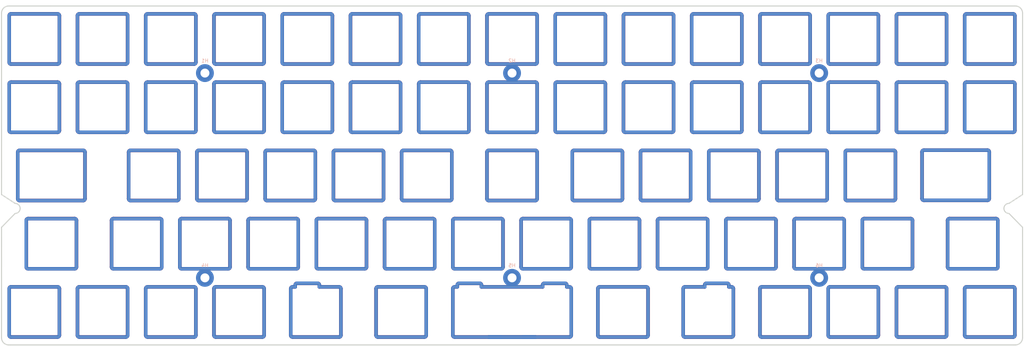
<source format=kicad_pcb>
(kicad_pcb (version 20241229) (generator "pcbnew") (generator_version "9.0")
  (layers (0 "F.Cu" signal) (2 "B.Cu" signal) (13 "F.Paste" user) (15 "B.Paste" user) (5 "F.SilkS" user "F.Silkscreen") (7 "B.SilkS" user "B.Silkscreen") (1 "F.Mask" user) (3 "B.Mask" user) (25 "Edge.Cuts" user))
  (net 0 "")
  (footprint "marbastlib-xp-plate-mx:Plate-MP_MX_7u" (layer "F.Cu") (at 206.375 165.1 180)
    (property "Reference" "S1" (hide yes))
    (property "Value" "MX_stab" (hide yes))
    (fp_line (start 61.76875 6.5) (end 61.76875 -6.5) (stroke (width 0.05)) (layer "Edge.Cuts"))
    (fp_line (start 61.26875 -7) (end 48.26875 -7) (stroke (width 0.05)) (layer "Edge.Cuts"))
    (fp_line (start 60.524394 7) (end 61.26875 7) (stroke (width 0.05)) (layer "Edge.Cuts"))
    (fp_line (start 60.524394 7) (end 60.525605 7.500001) (stroke (width 0.05)) (layer "Edge.Cuts"))
    (fp_line (start 54.275605 8.000001) (end 60.025605 8.000001) (stroke (width 0.05)) (layer "Edge.Cuts"))
    (fp_line (start 53.775605 7) (end 53.775605 7.500001) (stroke (width 0.05)) (layer "Edge.Cuts"))
    (fp_line (start 48.271514 6.998884) (end 53.775605 7) (stroke (width 0.05)) (layer "Edge.Cuts"))
    (fp_line (start 47.76875 -6.5) (end 47.76875 6.5) (stroke (width 0.05)) (layer "Edge.Cuts"))
    (fp_line (start 16.525 6.5) (end 16.525 -6.5) (stroke (width 0.05)) (layer "Edge.Cuts"))
    (fp_line (start 16.025 -7) (end -16.025 -7) (stroke (width 0.05)) (layer "Edge.Cuts"))
    (fp_line (start 15.280039 7) (end 16.025 7) (stroke (width 0.05)) (layer "Edge.Cuts"))
    (fp_line (start 15.280039 7) (end 15.280039 7.500001) (stroke (width 0.05)) (layer "Edge.Cuts"))
    (fp_line (start 9.03125 8.000001) (end 14.78125 8.000001) (stroke (width 0.05)) (layer "Edge.Cuts"))
    (fp_line (start 8.53125 7) (end 8.53125 7.500001) (stroke (width 0.05)) (layer "Edge.Cuts"))
    (fp_line (start -8.53125 7) (end 8.53125 7) (stroke (width 0.05)) (layer "Edge.Cuts"))
    (fp_line (start -8.53125 7) (end -8.53125 7.500001) (stroke (width 0.05)) (layer "Edge.Cuts"))
    (fp_line (start -14.78125 8.000001) (end -9.03125 8.000001) (stroke (width 0.05)) (layer "Edge.Cuts"))
    (fp_line (start -15.28125 7) (end -15.28125 7.500001) (stroke (width 0.05)) (layer "Edge.Cuts"))
    (fp_line (start -16.025 7) (end -15.28125 7) (stroke (width 0.05)) (layer "Edge.Cuts"))
    (fp_line (start -16.525 -6.5) (end -16.525 6.5) (stroke (width 0.05)) (layer "Edge.Cuts"))
    (fp_line (start -47.76875 6.5) (end -47.76875 -6.5) (stroke (width 0.05)) (layer "Edge.Cuts"))
    (fp_line (start -48.26875 -7) (end -61.26875 -7) (stroke (width 0.05)) (layer "Edge.Cuts"))
    (fp_line (start -53.775 7) (end -48.26875 7) (stroke (width 0.05)) (layer "Edge.Cuts"))
    (fp_line (start -53.775 7) (end -53.775 7.500001) (stroke (width 0.05)) (layer "Edge.Cuts"))
    (fp_line (start -60.025 8.000001) (end -54.275 8.000001) (stroke (width 0.05)) (layer "Edge.Cuts"))
    (fp_line (start -60.525 7) (end -60.525 7.500001) (stroke (width 0.05)) (layer "Edge.Cuts"))
    (fp_line (start -61.26875 7) (end -60.525 7) (stroke (width 0.05)) (layer "Edge.Cuts"))
    (fp_line (start -61.76875 -6.5) (end -61.76875 6.5) (stroke (width 0.05)) (layer "Edge.Cuts"))
    (fp_arc (start 61.76875 6.5) (mid 61.622303 6.853553) (end 61.26875 7) (stroke (width 0.05)) (layer "Edge.Cuts"))
    (fp_arc (start 61.26875 -7) (mid 61.622303 -6.853553) (end 61.76875 -6.5) (stroke (width 0.05)) (layer "Edge.Cuts"))
    (fp_arc (start 60.525605 7.500001) (mid 60.379155 7.853538) (end 60.025605 8.000001) (stroke (width 0.05)) (layer "Edge.Cuts"))
    (fp_arc (start 54.275605 8.000001) (mid 53.922045 7.853545) (end 53.775605 7.500001) (stroke (width 0.05)) (layer "Edge.Cuts"))
    (fp_arc (start 48.271514 6.998884) (mid 47.917961 6.852437) (end 47.771514 6.498884) (stroke (width 0.05)) (layer "Edge.Cuts"))
    (fp_arc (start 47.76875 -6.5) (mid 47.915197 -6.853553) (end 48.26875 -7) (stroke (width 0.05)) (layer "Edge.Cuts"))
    (fp_arc (start 16.525 6.5) (mid 16.378553 6.853553) (end 16.025 7) (stroke (width 0.05)) (layer "Edge.Cuts"))
    (fp_arc (start 16.025 -7) (mid 16.378553 -6.853553) (end 16.525 -6.5) (stroke (width 0.05)) (layer "Edge.Cuts"))
    (fp_arc (start 15.28125 7.500001) (mid 15.134812 7.853563) (end 14.78125 8.000001) (stroke (width 0.05)) (layer "Edge.Cuts"))
    (fp_arc (start 9.03125 8.000001) (mid 8.67772 7.853531) (end 8.53125 7.500001) (stroke (width 0.05)) (layer "Edge.Cuts"))
    (fp_arc (start -8.53125 7.500001) (mid -8.677697 7.853554) (end -9.03125 8.000001) (stroke (width 0.05)) (layer "Edge.Cuts"))
    (fp_arc (start -14.78125 8.000001) (mid -15.134803 7.853554) (end -15.28125 7.500001) (stroke (width 0.05)) (layer "Edge.Cuts"))
    (fp_arc (start -16.022236 6.998884) (mid -16.375789 6.852437) (end -16.522236 6.498884) (stroke (width 0.05)) (layer "Edge.Cuts"))
    (fp_arc (start -16.525 -6.5) (mid -16.378553 -6.853553) (end -16.025 -7) (stroke (width 0.05)) (layer "Edge.Cuts"))
    (fp_arc (start -47.76875 6.5) (mid -47.915197 6.853553) (end -48.26875 7) (stroke (width 0.05)) (layer "Edge.Cuts"))
    (fp_arc (start -48.26875 -7) (mid -47.915197 -6.853553) (end -47.76875 -6.5) (stroke (width 0.05)) (layer "Edge.Cuts"))
    (fp_arc (start -53.775 7.500001) (mid -53.921447 7.853554) (end -54.275 8.000001) (stroke (width 0.05)) (layer "Edge.Cuts"))
    (fp_arc (start -60.025 8.000001) (mid -60.378553 7.853554) (end -60.525 7.500001) (stroke (width 0.05)) (layer "Edge.Cuts"))
    (fp_arc (start -61.265986 6.998884) (mid -61.619539 6.852437) (end -61.765986 6.498884) (stroke (width 0.05)) (layer "Edge.Cuts"))
    (fp_arc (start -61.76875 -6.5) (mid -61.622303 -6.853553) (end -61.26875 -7) (stroke (width 0.05)) (layer "Edge.Cuts"))
  )
  (footprint "locallib:60_Outline-Modded" (layer "F.Cu") (at 206.375 127)
    (property "Reference" "REF**" (hide yes))
    (property "Value" "60_Outline" (hide yes))
    (fp_line (start -142.5 45.3) (end -142.494 14.478) (stroke (width 0.3)) (layer "Edge.Cuts"))
    (fp_line (start -142.494 5.334) (end -142.5 -45.3) (stroke (width 0.3)) (layer "Edge.Cuts"))
    (fp_line (start -142.494 14.478) (end -138.7 10.6) (stroke (width 0.3)) (layer "Edge.Cuts"))
    (fp_line (start -140.5 -47.3) (end -128.85 -47.3) (stroke (width 0.3)) (layer "Edge.Cuts"))
    (fp_line (start -140.5 47.3) (end 140.5 47.3) (stroke (width 0.3)) (layer "Edge.Cuts"))
    (fp_line (start -138.7 7.8) (end -142.494 5.334) (stroke (width 0.3)) (layer "Edge.Cuts"))
    (fp_line (start 138.7 7.8) (end 142.494 5.334) (stroke (width 0.3)) (layer "Edge.Cuts"))
    (fp_line (start 138.7 10.6) (end 142.494 14.478) (stroke (width 0.3)) (layer "Edge.Cuts"))
    (fp_line (start 140.5 -47.3) (end -128.85 -47.3) (stroke (width 0.3)) (layer "Edge.Cuts"))
    (fp_line (start 142.494 5.334) (end 142.5 -45.3) (stroke (width 0.3)) (layer "Edge.Cuts"))
    (fp_line (start 142.494 14.478) (end 142.5 45.3) (stroke (width 0.3)) (layer "Edge.Cuts"))
    (fp_arc (start -142.5 -45.3) (mid -141.914214 -46.714214) (end -140.5 -47.3) (stroke (width 0.3)) (layer "Edge.Cuts"))
    (fp_arc (start -140.5 47.3) (mid -141.914214 46.714214) (end -142.5 45.3) (stroke (width 0.3)) (layer "Edge.Cuts"))
    (fp_arc (start -138.7 7.8) (mid -137.710051 8.210051) (end -137.3 9.2) (stroke (width 0.3)) (layer "Edge.Cuts"))
    (fp_arc (start -137.3 9.2) (mid -137.710051 10.189949) (end -138.7 10.6) (stroke (width 0.3)) (layer "Edge.Cuts"))
    (fp_arc (start 137.3 9.2) (mid 137.710051 8.210051) (end 138.7 7.8) (stroke (width 0.3)) (layer "Edge.Cuts"))
    (fp_arc (start 138.7 10.6) (mid 137.710051 10.189949) (end 137.3 9.2) (stroke (width 0.3)) (layer "Edge.Cuts"))
    (fp_arc (start 140.5 -47.3) (mid 141.914214 -46.714214) (end 142.5 -45.3) (stroke (width 0.3)) (layer "Edge.Cuts"))
    (fp_arc (start 142.5 45.3) (mid 141.914214 46.714214) (end 140.5 47.3) (stroke (width 0.3)) (layer "Edge.Cuts"))
  )
  (footprint "marbastlib-xp-plate-mx:Plate-MP_MX_1u" (layer "B.Cu") (at 273.05 146.05 180)
    (property "Reference" "MX56" (hide yes))
    (property "Value" "MX-NoLED")
    (fp_line (start 7 -6.5) (end 7 6.5) (stroke (width 0.05)) (layer "Edge.Cuts"))
    (fp_line (start 6.5 7) (end -6.5 7) (stroke (width 0.05)) (layer "Edge.Cuts"))
    (fp_line (start -6.5 -7) (end 6.5 -7) (stroke (width 0.05)) (layer "Edge.Cuts"))
    (fp_line (start -7 6.5) (end -7 -6.5) (stroke (width 0.05)) (layer "Edge.Cuts"))
    (fp_arc (start 7 6.5) (mid 6.853553 6.853553) (end 6.5 7) (stroke (width 0.05)) (layer "Edge.Cuts"))
    (fp_arc (start 6.5 -7) (mid 6.853553 -6.853553) (end 7 -6.5) (stroke (width 0.05)) (layer "Edge.Cuts"))
    (fp_arc (start -6.5 7) (mid -6.853553 6.853553) (end -7 6.5) (stroke (width 0.05)) (layer "Edge.Cuts"))
    (fp_arc (start -6.997236 -6.498884) (mid -6.850789 -6.852437) (end -6.497236 -6.998884) (stroke (width 0.05)) (layer "Edge.Cuts"))
  )
  (footprint "marbastlib-xp-plate-mx:Plate-MP_MX_1u" (layer "B.Cu") (at 301.625 165.1 180)
    (property "Reference" "MX73" (hide yes))
    (property "Value" "MX-NoLED")
    (fp_line (start 7 -6.5) (end 7 6.5) (stroke (width 0.05)) (layer "Edge.Cuts"))
    (fp_line (start 6.5 7) (end -6.5 7) (stroke (width 0.05)) (layer "Edge.Cuts"))
    (fp_line (start -6.5 -7) (end 6.5 -7) (stroke (width 0.05)) (layer "Edge.Cuts"))
    (fp_line (start -7 6.5) (end -7 -6.5) (stroke (width 0.05)) (layer "Edge.Cuts"))
    (fp_arc (start 7 6.5) (mid 6.853553 6.853553) (end 6.5 7) (stroke (width 0.05)) (layer "Edge.Cuts"))
    (fp_arc (start 6.5 -7) (mid 6.853553 -6.853553) (end 7 -6.5) (stroke (width 0.05)) (layer "Edge.Cuts"))
    (fp_arc (start -6.5 7) (mid -6.853553 6.853553) (end -7 6.5) (stroke (width 0.05)) (layer "Edge.Cuts"))
    (fp_arc (start -6.997236 -6.498884) (mid -6.850789 -6.852437) (end -6.497236 -6.998884) (stroke (width 0.05)) (layer "Edge.Cuts"))
  )
  (footprint "marbastlib-xp-plate-mx:Plate-MP_MX_1u" (layer "B.Cu") (at 230.1875 127 180)
    (property "Reference" "MX39" (hide yes))
    (property "Value" "MX-NoLED")
    (fp_line (start 7 -6.5) (end 7 6.5) (stroke (width 0.05)) (layer "Edge.Cuts"))
    (fp_line (start 6.5 7) (end -6.5 7) (stroke (width 0.05)) (layer "Edge.Cuts"))
    (fp_line (start -6.5 -7) (end 6.5 -7) (stroke (width 0.05)) (layer "Edge.Cuts"))
    (fp_line (start -7 6.5) (end -7 -6.5) (stroke (width 0.05)) (layer "Edge.Cuts"))
    (fp_arc (start 7 6.5) (mid 6.853553 6.853553) (end 6.5 7) (stroke (width 0.05)) (layer "Edge.Cuts"))
    (fp_arc (start 6.5 -7) (mid 6.853553 -6.853553) (end 7 -6.5) (stroke (width 0.05)) (layer "Edge.Cuts"))
    (fp_arc (start -6.5 7) (mid -6.853553 6.853553) (end -7 6.5) (stroke (width 0.05)) (layer "Edge.Cuts"))
    (fp_arc (start -6.997236 -6.498884) (mid -6.850789 -6.852437) (end -6.497236 -6.998884) (stroke (width 0.05)) (layer "Edge.Cuts"))
  )
  (footprint "marbastlib-xp-plate-mx:Plate-MP_MX_1u" (layer "B.Cu") (at 130.175 107.95 180)
    (property "Reference" "MX19" (hide yes))
    (property "Value" "MX-NoLED")
    (fp_line (start 7 -6.5) (end 7 6.5) (stroke (width 0.05)) (layer "Edge.Cuts"))
    (fp_line (start 6.5 7) (end -6.5 7) (stroke (width 0.05)) (layer "Edge.Cuts"))
    (fp_line (start -6.5 -7) (end 6.5 -7) (stroke (width 0.05)) (layer "Edge.Cuts"))
    (fp_line (start -7 6.5) (end -7 -6.5) (stroke (width 0.05)) (layer "Edge.Cuts"))
    (fp_arc (start 7 6.5) (mid 6.853553 6.853553) (end 6.5 7) (stroke (width 0.05)) (layer "Edge.Cuts"))
    (fp_arc (start 6.5 -7) (mid 6.853553 -6.853553) (end 7 -6.5) (stroke (width 0.05)) (layer "Edge.Cuts"))
    (fp_arc (start -6.5 7) (mid -6.853553 6.853553) (end -7 6.5) (stroke (width 0.05)) (layer "Edge.Cuts"))
    (fp_arc (start -6.997236 -6.498884) (mid -6.850789 -6.852437) (end -6.497236 -6.998884) (stroke (width 0.05)) (layer "Edge.Cuts"))
  )
  (footprint "marbastlib-xp-plate-mx:Plate-MP_MX_1u" (layer "B.Cu") (at 149.225 88.9 180)
    (property "Reference" "MX5" (hide yes))
    (property "Value" "MX-NoLED")
    (fp_line (start 7 -6.5) (end 7 6.5) (stroke (width 0.05)) (layer "Edge.Cuts"))
    (fp_line (start 6.5 7) (end -6.5 7) (stroke (width 0.05)) (layer "Edge.Cuts"))
    (fp_line (start -6.5 -7) (end 6.5 -7) (stroke (width 0.05)) (layer "Edge.Cuts"))
    (fp_line (start -7 6.5) (end -7 -6.5) (stroke (width 0.05)) (layer "Edge.Cuts"))
    (fp_arc (start 7 6.5) (mid 6.853553 6.853553) (end 6.5 7) (stroke (width 0.05)) (layer "Edge.Cuts"))
    (fp_arc (start 6.5 -7) (mid 6.853553 -6.853553) (end 7 -6.5) (stroke (width 0.05)) (layer "Edge.Cuts"))
    (fp_arc (start -6.5 7) (mid -6.853553 6.853553) (end -7 6.5) (stroke (width 0.05)) (layer "Edge.Cuts"))
    (fp_arc (start -6.997236 -6.498884) (mid -6.850789 -6.852437) (end -6.497236 -6.998884) (stroke (width 0.05)) (layer "Edge.Cuts"))
  )
  (footprint "marbastlib-xp-plate-mx:Plate-MP_MX_1u" (layer "B.Cu") (at 73.025 107.95 180)
    (property "Reference" "MX16" (hide yes))
    (property "Value" "MX-NoLED")
    (fp_line (start 7 -6.5) (end 7 6.5) (stroke (width 0.05)) (layer "Edge.Cuts"))
    (fp_line (start 6.5 7) (end -6.5 7) (stroke (width 0.05)) (layer "Edge.Cuts"))
    (fp_line (start -6.5 -7) (end 6.5 -7) (stroke (width 0.05)) (layer "Edge.Cuts"))
    (fp_line (start -7 6.5) (end -7 -6.5) (stroke (width 0.05)) (layer "Edge.Cuts"))
    (fp_arc (start 7 6.5) (mid 6.853553 6.853553) (end 6.5 7) (stroke (width 0.05)) (layer "Edge.Cuts"))
    (fp_arc (start 6.5 -7) (mid 6.853553 -6.853553) (end 7 -6.5) (stroke (width 0.05)) (layer "Edge.Cuts"))
    (fp_arc (start -6.5 7) (mid -6.853553 6.853553) (end -7 6.5) (stroke (width 0.05)) (layer "Edge.Cuts"))
    (fp_arc (start -6.997236 -6.498884) (mid -6.850789 -6.852437) (end -6.497236 -6.998884) (stroke (width 0.05)) (layer "Edge.Cuts"))
  )
  (footprint "marbastlib-xp-plate-mx:Plate-MP_MX_1u" (layer "B.Cu") (at 158.75 146.05 180)
    (property "Reference" "MX51" (hide yes))
    (property "Value" "MX-NoLED")
    (fp_line (start 7 -6.5) (end 7 6.5) (stroke (width 0.05)) (layer "Edge.Cuts"))
    (fp_line (start 6.5 7) (end -6.5 7) (stroke (width 0.05)) (layer "Edge.Cuts"))
    (fp_line (start -6.5 -7) (end 6.5 -7) (stroke (width 0.05)) (layer "Edge.Cuts"))
    (fp_line (start -7 6.5) (end -7 -6.5) (stroke (width 0.05)) (layer "Edge.Cuts"))
    (fp_arc (start 7 6.5) (mid 6.853553 6.853553) (end 6.5 7) (stroke (width 0.05)) (layer "Edge.Cuts"))
    (fp_arc (start 6.5 -7) (mid 6.853553 -6.853553) (end 7 -6.5) (stroke (width 0.05)) (layer "Edge.Cuts"))
    (fp_arc (start -6.5 7) (mid -6.853553 6.853553) (end -7 6.5) (stroke (width 0.05)) (layer "Edge.Cuts"))
    (fp_arc (start -6.997236 -6.498884) (mid -6.850789 -6.852437) (end -6.497236 -6.998884) (stroke (width 0.05)) (layer "Edge.Cuts"))
  )
  (footprint "marbastlib-xp-plate-mx:Plate-MP_MX_1u" (layer "B.Cu") (at 249.2375 127 180)
    (property "Reference" "MX40" (hide yes))
    (property "Value" "MX-NoLED")
    (fp_line (start 7 -6.5) (end 7 6.5) (stroke (width 0.05)) (layer "Edge.Cuts"))
    (fp_line (start 6.5 7) (end -6.5 7) (stroke (width 0.05)) (layer "Edge.Cuts"))
    (fp_line (start -6.5 -7) (end 6.5 -7) (stroke (width 0.05)) (layer "Edge.Cuts"))
    (fp_line (start -7 6.5) (end -7 -6.5) (stroke (width 0.05)) (layer "Edge.Cuts"))
    (fp_arc (start 7 6.5) (mid 6.853553 6.853553) (end 6.5 7) (stroke (width 0.05)) (layer "Edge.Cuts"))
    (fp_arc (start 6.5 -7) (mid 6.853553 -6.853553) (end 7 -6.5) (stroke (width 0.05)) (layer "Edge.Cuts"))
    (fp_arc (start -6.5 7) (mid -6.853553 6.853553) (end -7 6.5) (stroke (width 0.05)) (layer "Edge.Cuts"))
    (fp_arc (start -6.997236 -6.498884) (mid -6.850789 -6.852437) (end -6.497236 -6.998884) (stroke (width 0.05)) (layer "Edge.Cuts"))
  )
  (footprint "MountingHole:MountingHole_2.5mm_Pad_TopOnly" (layer "B.Cu") (at 120.65 98.425 180)
    (property "Reference" "H1")
    (property "Value" "MountingHole")
  )
  (footprint "marbastlib-xp-plate-mx:Plate-MP_MX_1u" (layer "B.Cu") (at 206.375 88.9 180)
    (property "Reference" "MX8" (hide yes))
    (property "Value" "MX-NoLED")
    (fp_line (start 7 -6.5) (end 7 6.5) (stroke (width 0.05)) (layer "Edge.Cuts"))
    (fp_line (start 6.5 7) (end -6.5 7) (stroke (width 0.05)) (layer "Edge.Cuts"))
    (fp_line (start -6.5 -7) (end 6.5 -7) (stroke (width 0.05)) (layer "Edge.Cuts"))
    (fp_line (start -7 6.5) (end -7 -6.5) (stroke (width 0.05)) (layer "Edge.Cuts"))
    (fp_arc (start 7 6.5) (mid 6.853553 6.853553) (end 6.5 7) (stroke (width 0.05)) (layer "Edge.Cuts"))
    (fp_arc (start 6.5 -7) (mid 6.853553 -6.853553) (end 7 -6.5) (stroke (width 0.05)) (layer "Edge.Cuts"))
    (fp_arc (start -6.5 7) (mid -6.853553 6.853553) (end -7 6.5) (stroke (width 0.05)) (layer "Edge.Cuts"))
    (fp_arc (start -6.997236 -6.498884) (mid -6.850789 -6.852437) (end -6.497236 -6.998884) (stroke (width 0.05)) (layer "Edge.Cuts"))
  )
  (footprint "marbastlib-xp-plate-mx:Plate-MP_MX_1u" (layer "B.Cu") (at 187.325 88.9 180)
    (property "Reference" "MX7" (hide yes))
    (property "Value" "MX-NoLED")
    (fp_line (start 7 -6.5) (end 7 6.5) (stroke (width 0.05)) (layer "Edge.Cuts"))
    (fp_line (start 6.5 7) (end -6.5 7) (stroke (width 0.05)) (layer "Edge.Cuts"))
    (fp_line (start -6.5 -7) (end 6.5 -7) (stroke (width 0.05)) (layer "Edge.Cuts"))
    (fp_line (start -7 6.5) (end -7 -6.5) (stroke (width 0.05)) (layer "Edge.Cuts"))
    (fp_arc (start 7 6.5) (mid 6.853553 6.853553) (end 6.5 7) (stroke (width 0.05)) (layer "Edge.Cuts"))
    (fp_arc (start 6.5 -7) (mid 6.853553 -6.853553) (end 7 -6.5) (stroke (width 0.05)) (layer "Edge.Cuts"))
    (fp_arc (start -6.5 7) (mid -6.853553 6.853553) (end -7 6.5) (stroke (width 0.05)) (layer "Edge.Cuts"))
    (fp_arc (start -6.997236 -6.498884) (mid -6.850789 -6.852437) (end -6.497236 -6.998884) (stroke (width 0.05)) (layer "Edge.Cuts"))
  )
  (footprint "marbastlib-xp-plate-mx:Plate-MP_MX_1u" (layer "B.Cu") (at 263.525 107.95 180)
    (property "Reference" "MX26" (hide yes))
    (property "Value" "MX-NoLED")
    (fp_line (start 7 -6.5) (end 7 6.5) (stroke (width 0.05)) (layer "Edge.Cuts"))
    (fp_line (start 6.5 7) (end -6.5 7) (stroke (width 0.05)) (layer "Edge.Cuts"))
    (fp_line (start -6.5 -7) (end 6.5 -7) (stroke (width 0.05)) (layer "Edge.Cuts"))
    (fp_line (start -7 6.5) (end -7 -6.5) (stroke (width 0.05)) (layer "Edge.Cuts"))
    (fp_arc (start 7 6.5) (mid 6.853553 6.853553) (end 6.5 7) (stroke (width 0.05)) (layer "Edge.Cuts"))
    (fp_arc (start 6.5 -7) (mid 6.853553 -6.853553) (end 7 -6.5) (stroke (width 0.05)) (layer "Edge.Cuts"))
    (fp_arc (start -6.5 7) (mid -6.853553 6.853553) (end -7 6.5) (stroke (width 0.05)) (layer "Edge.Cuts"))
    (fp_arc (start -6.997236 -6.498884) (mid -6.850789 -6.852437) (end -6.497236 -6.998884) (stroke (width 0.05)) (layer "Edge.Cuts"))
  )
  (footprint "marbastlib-xp-plate-mx:Plate-MP_MX_1u" (layer "B.Cu") (at 215.9 146.05 180)
    (property "Reference" "MX68" (hide yes))
    (property "Value" "MX-NoLED")
    (fp_line (start 7 -6.5) (end 7 6.5) (stroke (width 0.05)) (layer "Edge.Cuts"))
    (fp_line (start 6.5 7) (end -6.5 7) (stroke (width 0.05)) (layer "Edge.Cuts"))
    (fp_line (start -6.5 -7) (end 6.5 -7) (stroke (width 0.05)) (layer "Edge.Cuts"))
    (fp_line (start -7 6.5) (end -7 -6.5) (stroke (width 0.05)) (layer "Edge.Cuts"))
    (fp_arc (start 7 6.5) (mid 6.853553 6.853553) (end 6.5 7) (stroke (width 0.05)) (layer "Edge.Cuts"))
    (fp_arc (start 6.5 -7) (mid 6.853553 -6.853553) (end 7 -6.5) (stroke (width 0.05)) (layer "Edge.Cuts"))
    (fp_arc (start -6.5 7) (mid -6.853553 6.853553) (end -7 6.5) (stroke (width 0.05)) (layer "Edge.Cuts"))
    (fp_arc (start -6.997236 -6.498884) (mid -6.850789 -6.852437) (end -6.497236 -6.998884) (stroke (width 0.05)) (layer "Edge.Cuts"))
  )
  (footprint "marbastlib-xp-plate-mx:Plate-MP_MX_1u" (layer "B.Cu") (at 268.2875 127 180)
    (property "Reference" "MX41" (hide yes))
    (property "Value" "MX-NoLED")
    (fp_line (start 7 -6.5) (end 7 6.5) (stroke (width 0.05)) (layer "Edge.Cuts"))
    (fp_line (start 6.5 7) (end -6.5 7) (stroke (width 0.05)) (layer "Edge.Cuts"))
    (fp_line (start -6.5 -7) (end 6.5 -7) (stroke (width 0.05)) (layer "Edge.Cuts"))
    (fp_line (start -7 6.5) (end -7 -6.5) (stroke (width 0.05)) (layer "Edge.Cuts"))
    (fp_arc (start 7 6.5) (mid 6.853553 6.853553) (end 6.5 7) (stroke (width 0.05)) (layer "Edge.Cuts"))
    (fp_arc (start 6.5 -7) (mid 6.853553 -6.853553) (end 7 -6.5) (stroke (width 0.05)) (layer "Edge.Cuts"))
    (fp_arc (start -6.5 7) (mid -6.853553 6.853553) (end -7 6.5) (stroke (width 0.05)) (layer "Edge.Cuts"))
    (fp_arc (start -6.997236 -6.498884) (mid -6.850789 -6.852437) (end -6.497236 -6.998884) (stroke (width 0.05)) (layer "Edge.Cuts"))
  )
  (footprint "marbastlib-xp-plate-mx:Plate-MP_MX_1u" (layer "B.Cu") (at 101.6 146.05 180)
    (property "Reference" "MX48" (hide yes))
    (property "Value" "MX-NoLED")
    (fp_line (start 7 -6.5) (end 7 6.5) (stroke (width 0.05)) (layer "Edge.Cuts"))
    (fp_line (start 6.5 7) (end -6.5 7) (stroke (width 0.05)) (layer "Edge.Cuts"))
    (fp_line (start -6.5 -7) (end 6.5 -7) (stroke (width 0.05)) (layer "Edge.Cuts"))
    (fp_line (start -7 6.5) (end -7 -6.5) (stroke (width 0.05)) (layer "Edge.Cuts"))
    (fp_arc (start 7 6.5) (mid 6.853553 6.853553) (end 6.5 7) (stroke (width 0.05)) (layer "Edge.Cuts"))
    (fp_arc (start 6.5 -7) (mid 6.853553 -6.853553) (end 7 -6.5) (stroke (width 0.05)) (layer "Edge.Cuts"))
    (fp_arc (start -6.5 7) (mid -6.853553 6.853553) (end -7 6.5) (stroke (width 0.05)) (layer "Edge.Cuts"))
    (fp_arc (start -6.997236 -6.498884) (mid -6.850789 -6.852437) (end -6.497236 -6.998884) (stroke (width 0.05)) (layer "Edge.Cuts"))
  )
  (footprint "marbastlib-xp-plate-mx:Plate-MP_MX_1u" (layer "B.Cu") (at 187.325 107.95 180)
    (property "Reference" "MX22" (hide yes))
    (property "Value" "MX-NoLED")
    (fp_line (start 7 -6.5) (end 7 6.5) (stroke (width 0.05)) (layer "Edge.Cuts"))
    (fp_line (start 6.5 7) (end -6.5 7) (stroke (width 0.05)) (layer "Edge.Cuts"))
    (fp_line (start -6.5 -7) (end 6.5 -7) (stroke (width 0.05)) (layer "Edge.Cuts"))
    (fp_line (start -7 6.5) (end -7 -6.5) (stroke (width 0.05)) (layer "Edge.Cuts"))
    (fp_arc (start 7 6.5) (mid 6.853553 6.853553) (end 6.5 7) (stroke (width 0.05)) (layer "Edge.Cuts"))
    (fp_arc (start 6.5 -7) (mid 6.853553 -6.853553) (end 7 -6.5) (stroke (width 0.05)) (layer "Edge.Cuts"))
    (fp_arc (start -6.5 7) (mid -6.853553 6.853553) (end -7 6.5) (stroke (width 0.05)) (layer "Edge.Cuts"))
    (fp_arc (start -6.997236 -6.498884) (mid -6.850789 -6.852437) (end -6.497236 -6.998884) (stroke (width 0.05)) (layer "Edge.Cuts"))
  )
  (footprint "marbastlib-xp-plate-mx:Plate-MP_MX_1u" (layer "B.Cu") (at 144.4625 127 180)
    (property "Reference" "MX35" (hide yes))
    (property "Value" "MX-NoLED")
    (fp_line (start 7 -6.5) (end 7 6.5) (stroke (width 0.05)) (layer "Edge.Cuts"))
    (fp_line (start 6.5 7) (end -6.5 7) (stroke (width 0.05)) (layer "Edge.Cuts"))
    (fp_line (start -6.5 -7) (end 6.5 -7) (stroke (width 0.05)) (layer "Edge.Cuts"))
    (fp_line (start -7 6.5) (end -7 -6.5) (stroke (width 0.05)) (layer "Edge.Cuts"))
    (fp_arc (start 7 6.5) (mid 6.853553 6.853553) (end 6.5 7) (stroke (width 0.05)) (layer "Edge.Cuts"))
    (fp_arc (start 6.5 -7) (mid 6.853553 -6.853553) (end 7 -6.5) (stroke (width 0.05)) (layer "Edge.Cuts"))
    (fp_arc (start -6.5 7) (mid -6.853553 6.853553) (end -7 6.5) (stroke (width 0.05)) (layer "Edge.Cuts"))
    (fp_arc (start -6.997236 -6.498884) (mid -6.850789 -6.852437) (end -6.497236 -6.998884) (stroke (width 0.05)) (layer "Edge.Cuts"))
  )
  (footprint "marbastlib-xp-plate-mx:Plate-MP_MX_1u" (layer "B.Cu") (at 92.075 88.9)
    (property "Reference" "MX2" (hide yes))
    (property "Value" "MX-NoLED")
    (fp_line (start -7 6.5) (end -7 -6.5) (stroke (width 0.05)) (layer "Edge.Cuts"))
    (fp_line (start -6.5 -7) (end 6.5 -7) (stroke (width 0.05)) (layer "Edge.Cuts"))
    (fp_line (start 6.5 7) (end -6.5 7) (stroke (width 0.05)) (layer "Edge.Cuts"))
    (fp_line (start 7 -6.5) (end 7 6.5) (stroke (width 0.05)) (layer "Edge.Cuts"))
    (fp_arc (start -6.997236 -6.498884) (mid -6.850789 -6.852437) (end -6.497236 -6.998884) (stroke (width 0.05)) (layer "Edge.Cuts"))
    (fp_arc (start -6.5 7) (mid -6.853553 6.853553) (end -7 6.5) (stroke (width 0.05)) (layer "Edge.Cuts"))
    (fp_arc (start 6.5 -7) (mid 6.853553 -6.853553) (end 7 -6.5) (stroke (width 0.05)) (layer "Edge.Cuts"))
    (fp_arc (start 7 6.5) (mid 6.853553 6.853553) (end 6.5 7) (stroke (width 0.05)) (layer "Edge.Cuts"))
  )
  (footprint "marbastlib-xp-plate-mx:Plate-MP_MX_1.25u" (layer "B.Cu") (at 175.41875 165.1 180)
    (property "Reference" "MX66" (hide yes))
    (property "Value" "MX-NoLED")
    (fp_line (start 7 -6.5) (end 7 6.5) (stroke (width 0.05)) (layer "Edge.Cuts"))
    (fp_line (start 6.5 7) (end -6.5 7) (stroke (width 0.05)) (layer "Edge.Cuts"))
    (fp_line (start -6.5 -7) (end 6.5 -7) (stroke (width 0.05)) (layer "Edge.Cuts"))
    (fp_line (start -7 6.5) (end -7 -6.5) (stroke (width 0.05)) (layer "Edge.Cuts"))
    (fp_arc (start 7 6.5) (mid 6.853553 6.853553) (end 6.5 7) (stroke (width 0.05)) (layer "Edge.Cuts"))
    (fp_arc (start 6.5 -7) (mid 6.853553 -6.853553) (end 7 -6.5) (stroke (width 0.05)) (layer "Edge.Cuts"))
    (fp_arc (start -6.5 7) (mid -6.853553 6.853553) (end -7 6.5) (stroke (width 0.05)) (layer "Edge.Cuts"))
    (fp_arc (start -6.997236 -6.498884) (mid -6.850789 -6.852437) (end -6.497236 -6.998884) (stroke (width 0.05)) (layer "Edge.Cuts"))
  )
  (footprint "marbastlib-xp-plate-mx:Plate-MP_MX_1u" (layer "B.Cu") (at 320.675 88.9 180)
    (property "Reference" "MX14" (hide yes))
    (property "Value" "MX-NoLED")
    (fp_line (start 7 -6.5) (end 7 6.5) (stroke (width 0.05)) (layer "Edge.Cuts"))
    (fp_line (start 6.5 7) (end -6.5 7) (stroke (width 0.05)) (layer "Edge.Cuts"))
    (fp_line (start -6.5 -7) (end 6.5 -7) (stroke (width 0.05)) (layer "Edge.Cuts"))
    (fp_line (start -7 6.5) (end -7 -6.5) (stroke (width 0.05)) (layer "Edge.Cuts"))
    (fp_arc (start 7 6.5) (mid 6.853553 6.853553) (end 6.5 7) (stroke (width 0.05)) (layer "Edge.Cuts"))
    (fp_arc (start 6.5 -7) (mid 6.853553 -6.853553) (end 7 -6.5) (stroke (width 0.05)) (layer "Edge.Cuts"))
    (fp_arc (start -6.5 7) (mid -6.853553 6.853553) (end -7 6.5) (stroke (width 0.05)) (layer "Edge.Cuts"))
    (fp_arc (start -6.997236 -6.498884) (mid -6.850789 -6.852437) (end -6.497236 -6.998884) (stroke (width 0.05)) (layer "Edge.Cuts"))
  )
  (footprint "MountingHole:MountingHole_2.5mm_Pad_TopOnly" (layer "B.Cu") (at 206.375 98.425 180)
    (property "Reference" "H2")
    (property "Value" "MountingHole")
  )
  (footprint "marbastlib-xp-plate-mx:Plate-MP_MX_1u" (layer "B.Cu") (at 234.95 146.05 180)
    (property "Reference" "MX54" (hide yes))
    (property "Value" "MX-NoLED")
    (fp_line (start 7 -6.5) (end 7 6.5) (stroke (width 0.05)) (layer "Edge.Cuts"))
    (fp_line (start 6.5 7) (end -6.5 7) (stroke (width 0.05)) (layer "Edge.Cuts"))
    (fp_line (start -6.5 -7) (end 6.5 -7) (stroke (width 0.05)) (layer "Edge.Cuts"))
    (fp_line (start -7 6.5) (end -7 -6.5) (stroke (width 0.05)) (layer "Edge.Cuts"))
    (fp_arc (start 7 6.5) (mid 6.853553 6.853553) (end 6.5 7) (stroke (width 0.05)) (layer "Edge.Cuts"))
    (fp_arc (start 6.5 -7) (mid 6.853553 -6.853553) (end 7 -6.5) (stroke (width 0.05)) (layer "Edge.Cuts"))
    (fp_arc (start -6.5 7) (mid -6.853553 6.853553) (end -7 6.5) (stroke (width 0.05)) (layer "Edge.Cuts"))
    (fp_arc (start -6.997236 -6.498884) (mid -6.850789 -6.852437) (end -6.497236 -6.998884) (stroke (width 0.05)) (layer "Edge.Cuts"))
  )
  (footprint "marbastlib-xp-plate-mx:Plate-MP_MX_1u" (layer "B.Cu") (at 244.475 88.9 180)
    (property "Reference" "MX10" (hide yes))
    (property "Value" "MX-NoLED")
    (fp_line (start 7 -6.5) (end 7 6.5) (stroke (width 0.05)) (layer "Edge.Cuts"))
    (fp_line (start 6.5 7) (end -6.5 7) (stroke (width 0.05)) (layer "Edge.Cuts"))
    (fp_line (start -6.5 -7) (end 6.5 -7) (stroke (width 0.05)) (layer "Edge.Cuts"))
    (fp_line (start -7 6.5) (end -7 -6.5) (stroke (width 0.05)) (layer "Edge.Cuts"))
    (fp_arc (start 7 6.5) (mid 6.853553 6.853553) (end 6.5 7) (stroke (width 0.05)) (layer "Edge.Cuts"))
    (fp_arc (start 6.5 -7) (mid 6.853553 -6.853553) (end 7 -6.5) (stroke (width 0.05)) (layer "Edge.Cuts"))
    (fp_arc (start -6.5 7) (mid -6.853553 6.853553) (end -7 6.5) (stroke (width 0.05)) (layer "Edge.Cuts"))
    (fp_arc (start -6.997236 -6.498884) (mid -6.850789 -6.852437) (end -6.497236 -6.998884) (stroke (width 0.05)) (layer "Edge.Cuts"))
  )
  (footprint "marbastlib-xp-plate-mx:Plate-MP_MX_1u" (layer "B.Cu") (at 149.225 107.95 180)
    (property "Reference" "MX20" (hide yes))
    (property "Value" "MX-NoLED")
    (fp_line (start 7 -6.5) (end 7 6.5) (stroke (width 0.05)) (layer "Edge.Cuts"))
    (fp_line (start 6.5 7) (end -6.5 7) (stroke (width 0.05)) (layer "Edge.Cuts"))
    (fp_line (start -6.5 -7) (end 6.5 -7) (stroke (width 0.05)) (layer "Edge.Cuts"))
    (fp_line (start -7 6.5) (end -7 -6.5) (stroke (width 0.05)) (layer "Edge.Cuts"))
    (fp_arc (start 7 6.5) (mid 6.853553 6.853553) (end 6.5 7) (stroke (width 0.05)) (layer "Edge.Cuts"))
    (fp_arc (start 6.5 -7) (mid 6.853553 -6.853553) (end 7 -6.5) (stroke (width 0.05)) (layer "Edge.Cuts"))
    (fp_arc (start -6.5 7) (mid -6.853553 6.853553) (end -7 6.5) (stroke (width 0.05)) (layer "Edge.Cuts"))
    (fp_arc (start -6.997236 -6.498884) (mid -6.850789 -6.852437) (end -6.497236 -6.998884) (stroke (width 0.05)) (layer "Edge.Cuts"))
  )
  (footprint "marbastlib-xp-plate-mx:Plate-MP_MX_STP-CAPS" (layer "B.Cu") (at 80.16875 127)
    (property "Reference" "MX32_2" (hide yes))
    (property "Value" "MX-NoLED")
    (fp_line (start -11.7625 6.5) (end -11.7625 -6.5) (stroke (width 0.05)) (layer "Edge.Cuts"))
    (fp_line (start -11.259736 -6.998884) (end 6.5 -7) (stroke (width 0.05)) (layer "Edge.Cuts"))
    (fp_line (start 6.5 7) (end -11.2625 7) (stroke (width 0.05)) (layer "Edge.Cuts"))
    (fp_line (start 7 -6.5) (end 7 6.5) (stroke (width 0.05)) (layer "Edge.Cuts"))
    (fp_arc (start -11.759736 -6.498884) (mid -11.613289 -6.852437) (end -11.259736 -6.998884) (stroke (width 0.05)) (layer "Edge.Cuts"))
    (fp_arc (start -11.2625 7) (mid -11.616053 6.853553) (end -11.7625 6.5) (stroke (width 0.05)) (layer "Edge.Cuts"))
    (fp_arc (start 6.5 -7) (mid 6.853553 -6.853553) (end 7 -6.5) (stroke (width 0.05)) (layer "Edge.Cuts"))
    (fp_arc (start 7 6.5) (mid 6.853553 6.853553) (end 6.5 7) (stroke (width 0.05)) (layer "Edge.Cuts"))
  )
  (footprint "marbastlib-xp-plate-mx:Plate-MP_MX_1u" (layer "B.Cu") (at 287.3375 127 180)
    (property "Reference" "MX42" (hide yes))
    (property "Value" "MX-NoLED")
    (fp_line (start 7 -6.5) (end 7 6.5) (stroke (width 0.05)) (layer "Edge.Cuts"))
    (fp_line (start 6.5 7) (end -6.5 7) (stroke (width 0.05)) (layer "Edge.Cuts"))
    (fp_line (start -6.5 -7) (end 6.5 -7) (stroke (width 0.05)) (layer "Edge.Cuts"))
    (fp_line (start -7 6.5) (end -7 -6.5) (stroke (width 0.05)) (layer "Edge.Cuts"))
    (fp_arc (start 7 6.5) (mid 6.853553 6.853553) (end 6.5 7) (stroke (width 0.05)) (layer "Edge.Cuts"))
    (fp_arc (start 6.5 -7) (mid 6.853553 -6.853553) (end 7 -6.5) (stroke (width 0.05)) (layer "Edge.Cuts"))
    (fp_arc (start -6.5 7) (mid -6.853553 6.853553) (end -7 6.5) (stroke (width 0.05)) (layer "Edge.Cuts"))
    (fp_arc (start -6.997236 -6.498884) (mid -6.850789 -6.852437) (end -6.497236 -6.998884) (stroke (width 0.05)) (layer "Edge.Cuts"))
  )
  (footprint "marbastlib-xp-plate-mx:Plate-MP_MX_1u" (layer "B.Cu") (at 225.425 107.95 180)
    (property "Reference" "MX24" (hide yes))
    (property "Value" "MX-NoLED")
    (fp_line (start 7 -6.5) (end 7 6.5) (stroke (width 0.05)) (layer "Edge.Cuts"))
    (fp_line (start 6.5 7) (end -6.5 7) (stroke (width 0.05)) (layer "Edge.Cuts"))
    (fp_line (start -6.5 -7) (end 6.5 -7) (stroke (width 0.05)) (layer "Edge.Cuts"))
    (fp_line (start -7 6.5) (end -7 -6.5) (stroke (width 0.05)) (layer "Edge.Cuts"))
    (fp_arc (start 7 6.5) (mid 6.853553 6.853553) (end 6.5 7) (stroke (width 0.05)) (layer "Edge.Cuts"))
    (fp_arc (start 6.5 -7) (mid 6.853553 -6.853553) (end 7 -6.5) (stroke (width 0.05)) (layer "Edge.Cuts"))
    (fp_arc (start -6.5 7) (mid -6.853553 6.853553) (end -7 6.5) (stroke (width 0.05)) (layer "Edge.Cuts"))
    (fp_arc (start -6.997236 -6.498884) (mid -6.850789 -6.852437) (end -6.497236 -6.998884) (stroke (width 0.05)) (layer "Edge.Cuts"))
  )
  (footprint "MountingHole:MountingHole_2.5mm_Pad_TopOnly" (layer "B.Cu") (at 206.375 155.575 180)
    (property "Reference" "H5")
    (property "Value" "MountingHole")
  )
  (footprint "marbastlib-xp-plate-mx:Plate-MP_MX_1u" (layer "B.Cu") (at 282.575 88.9 180)
    (property "Reference" "MX12" (hide yes))
    (property "Value" "MX-NoLED")
    (fp_line (start 7 -6.5) (end 7 6.5) (stroke (width 0.05)) (layer "Edge.Cuts"))
    (fp_line (start 6.5 7) (end -6.5 7) (stroke (width 0.05)) (layer "Edge.Cuts"))
    (fp_line (start -6.5 -7) (end 6.5 -7) (stroke (width 0.05)) (layer "Edge.Cuts"))
    (fp_line (start -7 6.5) (end -7 -6.5) (stroke (width 0.05)) (layer "Edge.Cuts"))
    (fp_arc (start 7 6.5) (mid 6.853553 6.853553) (end 6.5 7) (stroke (width 0.05)) (layer "Edge.Cuts"))
    (fp_arc (start 6.5 -7) (mid 6.853553 -6.853553) (end 7 -6.5) (stroke (width 0.05)) (layer "Edge.Cuts"))
    (fp_arc (start -6.5 7) (mid -6.853553 6.853553) (end -7 6.5) (stroke (width 0.05)) (layer "Edge.Cuts"))
    (fp_arc (start -6.997236 -6.498884) (mid -6.850789 -6.852437) (end -6.497236 -6.998884) (stroke (width 0.05)) (layer "Edge.Cuts"))
  )
  (footprint "marbastlib-xp-plate-mx:Plate-MP_MX_1u" (layer "B.Cu") (at 339.725 88.9 180)
    (property "Reference" "MX15" (hide yes))
    (property "Value" "MX-NoLED")
    (fp_line (start 7 -6.5) (end 7 6.5) (stroke (width 0.05)) (layer "Edge.Cuts"))
    (fp_line (start 6.5 7) (end -6.5 7) (stroke (width 0.05)) (layer "Edge.Cuts"))
    (fp_line (start -6.5 -7) (end 6.5 -7) (stroke (width 0.05)) (layer "Edge.Cuts"))
    (fp_line (start -7 6.5) (end -7 -6.5) (stroke (width 0.05)) (layer "Edge.Cuts"))
    (fp_arc (start 7 6.5) (mid 6.853553 6.853553) (end 6.5 7) (stroke (width 0.05)) (layer "Edge.Cuts"))
    (fp_arc (start 6.5 -7) (mid 6.853553 -6.853553) (end 7 -6.5) (stroke (width 0.05)) (layer "Edge.Cuts"))
    (fp_arc (start -6.5 7) (mid -6.853553 6.853553) (end -7 6.5) (stroke (width 0.05)) (layer "Edge.Cuts"))
    (fp_arc (start -6.997236 -6.498884) (mid -6.850789 -6.852437) (end -6.497236 -6.998884) (stroke (width 0.05)) (layer "Edge.Cuts"))
  )
  (footprint "marbastlib-xp-plate-mx:Plate-MP_MX_1u" (layer "B.Cu") (at 139.7 146.05 180)
    (property "Reference" "MX50" (hide yes))
    (property "Value" "MX-NoLED")
    (fp_line (start 7 -6.5) (end 7 6.5) (stroke (width 0.05)) (layer "Edge.Cuts"))
    (fp_line (start 6.5 7) (end -6.5 7) (stroke (width 0.05)) (layer "Edge.Cuts"))
    (fp_line (start -6.5 -7) (end 6.5 -7) (stroke (width 0.05)) (layer "Edge.Cuts"))
    (fp_line (start -7 6.5) (end -7 -6.5) (stroke (width 0.05)) (layer "Edge.Cuts"))
    (fp_arc (start 7 6.5) (mid 6.853553 6.853553) (end 6.5 7) (stroke (width 0.05)) (layer "Edge.Cuts"))
    (fp_arc (start 6.5 -7) (mid 6.853553 -6.853553) (end 7 -6.5) (stroke (width 0.05)) (layer "Edge.Cuts"))
    (fp_arc (start -6.5 7) (mid -6.853553 6.853553) (end -7 6.5) (stroke (width 0.05)) (layer "Edge.Cuts"))
    (fp_arc (start -6.997236 -6.498884) (mid -6.850789 -6.852437) (end -6.497236 -6.998884) (stroke (width 0.05)) (layer "Edge.Cuts"))
  )
  (footprint "marbastlib-xp-plate-mx:Plate-MP_MX_1u" (layer "B.Cu") (at 73.025 88.9)
    (property "Reference" "MX1" (hide yes))
    (property "Value" "MX-NoLED")
    (fp_line (start -7 6.5) (end -7 -6.5) (stroke (width 0.05)) (layer "Edge.Cuts"))
    (fp_line (start -6.5 -7) (end 6.5 -7) (stroke (width 0.05)) (layer "Edge.Cuts"))
    (fp_line (start 6.5 7) (end -6.5 7) (stroke (width 0.05)) (layer "Edge.Cuts"))
    (fp_line (start 7 -6.5) (end 7 6.5) (stroke (width 0.05)) (layer "Edge.Cuts"))
    (fp_arc (start -6.997236 -6.498884) (mid -6.850789 -6.852437) (end -6.497236 -6.998884) (stroke (width 0.05)) (layer "Edge.Cuts"))
    (fp_arc (start -6.5 7) (mid -6.853553 6.853553) (end -7 6.5) (stroke (width 0.05)) (layer "Edge.Cuts"))
    (fp_arc (start 6.5 -7) (mid 6.853553 -6.853553) (end 7 -6.5) (stroke (width 0.05)) (layer "Edge.Cuts"))
    (fp_arc (start 7 6.5) (mid 6.853553 6.853553) (end 6.5 7) (stroke (width 0.05)) (layer "Edge.Cuts"))
  )
  (footprint "marbastlib-xp-plate-mx:Plate-MP_MX_1u" (layer "B.Cu") (at 320.675 107.95 180)
    (property "Reference" "MX29" (hide yes))
    (property "Value" "MX-NoLED")
    (fp_line (start 7 -6.5) (end 7 6.5) (stroke (width 0.05)) (layer "Edge.Cuts"))
    (fp_line (start 6.5 7) (end -6.5 7) (stroke (width 0.05)) (layer "Edge.Cuts"))
    (fp_line (start -6.5 -7) (end 6.5 -7) (stroke (width 0.05)) (layer "Edge.Cuts"))
    (fp_line (start -7 6.5) (end -7 -6.5) (stroke (width 0.05)) (layer "Edge.Cuts"))
    (fp_arc (start 7 6.5) (mid 6.853553 6.853553) (end 6.5 7) (stroke (width 0.05)) (layer "Edge.Cuts"))
    (fp_arc (start 6.5 -7) (mid 6.853553 -6.853553) (end 7 -6.5) (stroke (width 0.05)) (layer "Edge.Cuts"))
    (fp_arc (start -6.5 7) (mid -6.853553 6.853553) (end -7 6.5) (stroke (width 0.05)) (layer "Edge.Cuts"))
    (fp_arc (start -6.997236 -6.498884) (mid -6.850789 -6.852437) (end -6.497236 -6.998884) (stroke (width 0.05)) (layer "Edge.Cuts"))
  )
  (footprint "marbastlib-xp-plate-mx:Plate-MP_MX_1u" (layer "B.Cu") (at 292.1 146.05 180)
    (property "Reference" "MX57" (hide yes))
    (property "Value" "MX-NoLED")
    (fp_line (start 7 -6.5) (end 7 6.5) (stroke (width 0.05)) (layer "Edge.Cuts"))
    (fp_line (start 6.5 7) (end -6.5 7) (stroke (width 0.05)) (layer "Edge.Cuts"))
    (fp_line (start -6.5 -7) (end 6.5 -7) (stroke (width 0.05)) (layer "Edge.Cuts"))
    (fp_line (start -7 6.5) (end -7 -6.5) (stroke (width 0.05)) (layer "Edge.Cuts"))
    (fp_arc (start 7 6.5) (mid 6.853553 6.853553) (end 6.5 7) (stroke (width 0.05)) (layer "Edge.Cuts"))
    (fp_arc (start 6.5 -7) (mid 6.853553 -6.853553) (end 7 -6.5) (stroke (width 0.05)) (layer "Edge.Cuts"))
    (fp_arc (start -6.5 7) (mid -6.853553 6.853553) (end -7 6.5) (stroke (width 0.05)) (layer "Edge.Cuts"))
    (fp_arc (start -6.997236 -6.498884) (mid -6.850789 -6.852437) (end -6.497236 -6.998884) (stroke (width 0.05)) (layer "Edge.Cuts"))
  )
  (footprint "marbastlib-xp-plate-mx:Plate-MP_MX_1u" (layer "B.Cu") (at 111.125 107.95 180)
    (property "Reference" "MX18" (hide yes))
    (property "Value" "MX-NoLED")
    (fp_line (start 7 -6.5) (end 7 6.5) (stroke (width 0.05)) (layer "Edge.Cuts"))
    (fp_line (start 6.5 7) (end -6.5 7) (stroke (width 0.05)) (layer "Edge.Cuts"))
    (fp_line (start -6.5 -7) (end 6.5 -7) (stroke (width 0.05)) (layer "Edge.Cuts"))
    (fp_line (start -7 6.5) (end -7 -6.5) (stroke (width 0.05)) (layer "Edge.Cuts"))
    (fp_arc (start 7 6.5) (mid 6.853553 6.853553) (end 6.5 7) (stroke (width 0.05)) (layer "Edge.Cuts"))
    (fp_arc (start 6.5 -7) (mid 6.853553 -6.853553) (end 7 -6.5) (stroke (width 0.05)) (layer "Edge.Cuts"))
    (fp_arc (start -6.5 7) (mid -6.853553 6.853553) (end -7 6.5) (stroke (width 0.05)) (layer "Edge.Cuts"))
    (fp_arc (start -6.997236 -6.498884) (mid -6.850789 -6.852437) (end -6.497236 -6.998884) (stroke (width 0.05)) (layer "Edge.Cuts"))
  )
  (footprint "MountingHole:MountingHole_2.5mm_Pad_TopOnly" (layer "B.Cu") (at 292.1 155.575 180)
    (property "Reference" "H6")
    (property "Value" "MountingHole")
  )
  (footprint "marbastlib-xp-plate-mx:Plate-MP_MX_1u" (layer "B.Cu") (at 168.275 107.95 180)
    (property "Reference" "MX21" (hide yes))
    (property "Value" "MX-NoLED")
    (fp_line (start 7 -6.5) (end 7 6.5) (stroke (width 0.05)) (layer "Edge.Cuts"))
    (fp_line (start 6.5 7) (end -6.5 7) (stroke (width 0.05)) (layer "Edge.Cuts"))
    (fp_line (start -6.5 -7) (end 6.5 -7) (stroke (width 0.05)) (layer "Edge.Cuts"))
    (fp_line (start -7 6.5) (end -7 -6.5) (stroke (width 0.05)) (layer "Edge.Cuts"))
    (fp_arc (start 7 6.5) (mid 6.853553 6.853553) (end 6.5 7) (stroke (width 0.05)) (layer "Edge.Cuts"))
    (fp_arc (start 6.5 -7) (mid 6.853553 -6.853553) (end 7 -6.5) (stroke (width 0.05)) (layer "Edge.Cuts"))
    (fp_arc (start -6.5 7) (mid -6.853553 6.853553) (end -7 6.5) (stroke (width 0.05)) (layer "Edge.Cuts"))
    (fp_arc (start -6.997236 -6.498884) (mid -6.850789 -6.852437) (end -6.497236 -6.998884) (stroke (width 0.05)) (layer "Edge.Cuts"))
  )
  (footprint "marbastlib-xp-plate-mx:Plate-MP_MX_1.5u" (layer "B.Cu") (at 334.9625 146.05 180)
    (property "Reference" "MX59" (hide yes))
    (property "Value" "MX-NoLED")
    (fp_line (start 7 -6.5) (end 7 6.5) (stroke (width 0.05)) (layer "Edge.Cuts"))
    (fp_line (start 6.5 7) (end -6.5 7) (stroke (width 0.05)) (layer "Edge.Cuts"))
    (fp_line (start -6.5 -7) (end 6.5 -7) (stroke (width 0.05)) (layer "Edge.Cuts"))
    (fp_line (start -7 6.5) (end -7 -6.5) (stroke (width 0.05)) (layer "Edge.Cuts"))
    (fp_arc (start 7 6.5) (mid 6.853553 6.853553) (end 6.5 7) (stroke (width 0.05)) (layer "Edge.Cuts"))
    (fp_arc (start 6.5 -7) (mid 6.853553 -6.853553) (end 7 -6.5) (stroke (width 0.05)) (layer "Edge.Cuts"))
    (fp_arc (start -6.5 7) (mid -6.853553 6.853553) (end -7 6.5) (stroke (width 0.05)) (layer "Edge.Cuts"))
    (fp_arc (start -6.997236 -6.498884) (mid -6.850789 -6.852437) (end -6.497236 -6.998884) (stroke (width 0.05)) (layer "Edge.Cuts"))
  )
  (footprint "MountingHole:MountingHole_2.5mm_Pad_TopOnly" (layer "B.Cu") (at 120.65 155.575 180)
    (property "Reference" "H4")
    (property "Value" "MountingHole")
  )
  (footprint "marbastlib-xp-plate-mx:Plate-MP_MX_1u" (layer "B.Cu") (at 306.3875 127 180)
    (property "Reference" "MX43" (hide yes))
    (property "Value" "MX-NoLED")
    (fp_line (start 7 -6.5) (end 7 6.5) (stroke (width 0.05)) (layer "Edge.Cuts"))
    (fp_line (start 6.5 7) (end -6.5 7) (stroke (width 0.05)) (layer "Edge.Cuts"))
    (fp_line (start -6.5 -7) (end 6.5 -7) (stroke (width 0.05)) (layer "Edge.Cuts"))
    (fp_line (start -7 6.5) (end -7 -6.5) (stroke (width 0.05)) (layer "Edge.Cuts"))
    (fp_arc (start 7 6.5) (mid 6.853553 6.853553) (end 6.5 7) (stroke (width 0.05)) (layer "Edge.Cuts"))
    (fp_arc (start 6.5 -7) (mid 6.853553 -6.853553) (end 7 -6.5) (stroke (width 0.05)) (layer "Edge.Cuts"))
    (fp_arc (start -6.5 7) (mid -6.853553 6.853553) (end -7 6.5) (stroke (width 0.05)) (layer "Edge.Cuts"))
    (fp_arc (start -6.997236 -6.498884) (mid -6.850789 -6.852437) (end -6.497236 -6.998884) (stroke (width 0.05)) (layer "Edge.Cuts"))
  )
  (footprint "marbastlib-xp-plate-mx:Plate-MP_MX_1u" (layer "B.Cu") (at 339.725 165.1 180)
    (property "Reference" "MX75" (hide yes))
    (property "Value" "MX-NoLED")
    (fp_line (start 7 -6.5) (end 7 6.5) (stroke (width 0.05)) (layer "Edge.Cuts"))
    (fp_line (start 6.5 7) (end -6.5 7) (stroke (width 0.05)) (layer "Edge.Cuts"))
    (fp_line (start -6.5 -7) (end 6.5 -7) (stroke (width 0.05)) (layer "Edge.Cuts"))
    (fp_line (start -7 6.5) (end -7 -6.5) (stroke (width 0.05)) (layer "Edge.Cuts"))
    (fp_arc (start 7 6.5) (mid 6.853553 6.853553) (end 6.5 7) (stroke (width 0.05)) (layer "Edge.Cuts"))
    (fp_arc (start 6.5 -7) (mid 6.853553 -6.853553) (end 7 -6.5) (stroke (width 0.05)) (layer "Edge.Cuts"))
    (fp_arc (start -6.5 7) (mid -6.853553 6.853553) (end -7 6.5) (stroke (width 0.05)) (layer "Edge.Cuts"))
    (fp_arc (start -6.997236 -6.498884) (mid -6.850789 -6.852437) (end -6.497236 -6.998884) (stroke (width 0.05)) (layer "Edge.Cuts"))
  )
  (footprint "marbastlib-xp-plate-mx:Plate-MP_MX_1.5u" (layer "B.Cu") (at 206.375 127 180)
    (property "Reference" "MX38" (hide yes))
    (property "Value" "MX-NoLED")
    (fp_line (start 7 -6.5) (end 7 6.5) (stroke (width 0.05)) (layer "Edge.Cuts"))
    (fp_line (start 6.5 7) (end -6.5 7) (stroke (width 0.05)) (layer "Edge.Cuts"))
    (fp_line (start -6.5 -7) (end 6.5 -7) (stroke (width 0.05)) (layer "Edge.Cuts"))
    (fp_line (start -7 6.5) (end -7 -6.5) (stroke (width 0.05)) (layer "Edge.Cuts"))
    (fp_arc (start 7 6.5) (mid 6.853553 6.853553) (end 6.5 7) (stroke (width 0.05)) (layer "Edge.Cuts"))
    (fp_arc (start 6.5 -7) (mid 6.853553 -6.853553) (end 7 -6.5) (stroke (width 0.05)) (layer "Edge.Cuts"))
    (fp_arc (start -6.5 7) (mid -6.853553 6.853553) (end -7 6.5) (stroke (width 0.05)) (layer "Edge.Cuts"))
    (fp_arc (start -6.997236 -6.498884) (mid -6.850789 -6.852437) (end -6.497236 -6.998884) (stroke (width 0.05)) (layer "Edge.Cuts"))
  )
  (footprint "marbastlib-xp-plate-mx:Plate-MP_MX_1u" (layer "B.Cu") (at 163.5125 127 180)
    (property "Reference" "MX36" (hide yes))
    (property "Value" "MX-NoLED")
    (fp_line (start 7 -6.5) (end 7 6.5) (stroke (width 0.05)) (layer "Edge.Cuts"))
    (fp_line (start 6.5 7) (end -6.5 7) (stroke (width 0.05)) (layer "Edge.Cuts"))
    (fp_line (start -6.5 -7) (end 6.5 -7) (stroke (width 0.05)) (layer "Edge.Cuts"))
    (fp_line (start -7 6.5) (end -7 -6.5) (stroke (width 0.05)) (layer "Edge.Cuts"))
    (fp_arc (start 7 6.5) (mid 6.853553 6.853553) (end 6.5 7) (stroke (width 0.05)) (layer "Edge.Cuts"))
    (fp_arc (start 6.5 -7) (mid 6.853553 -6.853553) (end 7 -6.5) (stroke (width 0.05)) (layer "Edge.Cuts"))
    (fp_arc (start -6.5 7) (mid -6.853553 6.853553) (end -7 6.5) (stroke (width 0.05)) (layer "Edge.Cuts"))
    (fp_arc (start -6.997236 -6.498884) (mid -6.850789 -6.852437) (end -6.497236 -6.998884) (stroke (width 0.05)) (layer "Edge.Cuts"))
  )
  (footprint "marbastlib-xp-plate-mx:Plate-MP_MX_1u" (layer "B.Cu") (at 263.525 88.9 180)
    (property "Reference" "MX11" (hide yes))
    (property "Value" "MX-NoLED")
    (fp_line (start 7 -6.5) (end 7 6.5) (stroke (width 0.05)) (layer "Edge.Cuts"))
    (fp_line (start 6.5 7) (end -6.5 7) (stroke (width 0.05)) (layer "Edge.Cuts"))
    (fp_line (start -6.5 -7) (end 6.5 -7) (stroke (width 0.05)) (layer "Edge.Cuts"))
    (fp_line (start -7 6.5) (end -7 -6.5) (stroke (width 0.05)) (layer "Edge.Cuts"))
    (fp_arc (start 7 6.5) (mid 6.853553 6.853553) (end 6.5 7) (stroke (width 0.05)) (layer "Edge.Cuts"))
    (fp_arc (start 6.5 -7) (mid 6.853553 -6.853553) (end 7 -6.5) (stroke (width 0.05)) (layer "Edge.Cuts"))
    (fp_arc (start -6.5 7) (mid -6.853553 6.853553) (end -7 6.5) (stroke (width 0.05)) (layer "Edge.Cuts"))
    (fp_arc (start -6.997236 -6.498884) (mid -6.850789 -6.852437) (end -6.497236 -6.998884) (stroke (width 0.05)) (layer "Edge.Cuts"))
  )
  (footprint "marbastlib-xp-plate-mx:Plate-MP_MX_1u" (layer "B.Cu") (at 73.025 165.1 180)
    (property "Reference" "MX61" (hide yes))
    (property "Value" "MX-NoLED")
    (fp_line (start 7 -6.5) (end 7 6.5) (stroke (width 0.05)) (layer "Edge.Cuts"))
    (fp_line (start 6.5 7) (end -6.5 7) (stroke (width 0.05)) (layer "Edge.Cuts"))
    (fp_line (start -6.5 -7) (end 6.5 -7) (stroke (width 0.05)) (layer "Edge.Cuts"))
    (fp_line (start -7 6.5) (end -7 -6.5) (stroke (width 0.05)) (layer "Edge.Cuts"))
    (fp_arc (start 7 6.5) (mid 6.853553 6.853553) (end 6.5 7) (stroke (width 0.05)) (layer "Edge.Cuts"))
    (fp_arc (start 6.5 -7) (mid 6.853553 -6.853553) (end 7 -6.5) (stroke (width 0.05)) (layer "Edge.Cuts"))
    (fp_arc (start -6.5 7) (mid -6.853553 6.853553) (end -7 6.5) (stroke (width 0.05)) (layer "Edge.Cuts"))
    (fp_arc (start -6.997236 -6.498884) (mid -6.850789 -6.852437) (end -6.497236 -6.998884) (stroke (width 0.05)) (layer "Edge.Cuts"))
  )
  (footprint "marbastlib-xp-plate-mx:Plate-MP_MX_1u" (layer "B.Cu") (at 282.575 107.95 180)
    (property "Reference" "MX27" (hide yes))
    (property "Value" "MX-NoLED")
    (fp_line (start 7 -6.5) (end 7 6.5) (stroke (width 0.05)) (layer "Edge.Cuts"))
    (fp_line (start 6.5 7) (end -6.5 7) (stroke (width 0.05)) (layer "Edge.Cuts"))
    (fp_line (start -6.5 -7) (end 6.5 -7) (stroke (width 0.05)) (layer "Edge.Cuts"))
    (fp_line (start -7 6.5) (end -7 -6.5) (stroke (width 0.05)) (layer "Edge.Cuts"))
    (fp_arc (start 7 6.5) (mid 6.853553 6.853553) (end 6.5 7) (stroke (width 0.05)) (layer "Edge.Cuts"))
    (fp_arc (start 6.5 -7) (mid 6.853553 -6.853553) (end 7 -6.5) (stroke (width 0.05)) (layer "Edge.Cuts"))
    (fp_arc (start -6.5 7) (mid -6.853553 6.853553) (end -7 6.5) (stroke (width 0.05)) (layer "Edge.Cuts"))
    (fp_arc (start -6.997236 -6.498884) (mid -6.850789 -6.852437) (end -6.497236 -6.998884) (stroke (width 0.05)) (layer "Edge.Cuts"))
  )
  (footprint "marbastlib-xp-plate-mx:Plate-MP_MX_1.5u" (layer "B.Cu") (at 77.7875 146.05 180)
    (property "Reference" "MX47" (hide yes))
    (property "Value" "MX-NoLED")
    (fp_line (start 7 -6.5) (end 7 6.5) (stroke (width 0.05)) (layer "Edge.Cuts"))
    (fp_line (start 6.5 7) (end -6.5 7) (stroke (width 0.05)) (layer "Edge.Cuts"))
    (fp_line (start -6.5 -7) (end 6.5 -7) (stroke (width 0.05)) (layer "Edge.Cuts"))
    (fp_line (start -7 6.5) (end -7 -6.5) (stroke (width 0.05)) (layer "Edge.Cuts"))
    (fp_arc (start 7 6.5) (mid 6.853553 6.853553) (end 6.5 7) (stroke (width 0.05)) (layer "Edge.Cuts"))
    (fp_arc (start 6.5 -7) (mid 6.853553 -6.853553) (end 7 -6.5) (stroke (width 0.05)) (layer "Edge.Cuts"))
    (fp_arc (start -6.5 7) (mid -6.853553 6.853553) (end -7 6.5) (stroke (width 0.05)) (layer "Edge.Cuts"))
    (fp_arc (start -6.997236 -6.498884) (mid -6.850789 -6.852437) (end -6.497236 -6.998884) (stroke (width 0.05)) (layer "Edge.Cuts"))
  )
  (footprint "marbastlib-xp-plate-mx:Plate-MP_MX_1u" (layer "B.Cu") (at 111.125 88.9 180)
    (property "Reference" "MX3" (hide yes))
    (property "Value" "MX-NoLED")
    (fp_line (start 7 -6.5) (end 7 6.5) (stroke (width 0.05)) (layer "Edge.Cuts"))
    (fp_line (start 6.5 7) (end -6.5 7) (stroke (width 0.05)) (layer "Edge.Cuts"))
    (fp_line (start -6.5 -7) (end 6.5 -7) (stroke (width 0.05)) (layer "Edge.Cuts"))
    (fp_line (start -7 6.5) (end -7 -6.5) (stroke (width 0.05)) (layer "Edge.Cuts"))
    (fp_arc (start 7 6.5) (mid 6.853553 6.853553) (end 6.5 7) (stroke (width 0.05)) (layer "Edge.Cuts"))
    (fp_arc (start 6.5 -7) (mid 6.853553 -6.853553) (end 7 -6.5) (stroke (width 0.05)) (layer "Edge.Cuts"))
    (fp_arc (start -6.5 7) (mid -6.853553 6.853553) (end -7 6.5) (stroke (width 0.05)) (layer "Edge.Cuts"))
    (fp_arc (start -6.997236 -6.498884) (mid -6.850789 -6.852437) (end -6.497236 -6.998884) (stroke (width 0.05)) (layer "Edge.Cuts"))
  )
  (footprint "marbastlib-xp-plate-mx:Plate-MP_MX_1u" (layer "B.Cu") (at 106.3625 127 180)
    (property "Reference" "MX33" (hide yes))
    (property "Value" "MX-NoLED")
    (fp_line (start 7 -6.5) (end 7 6.5) (stroke (width 0.05)) (layer "Edge.Cuts"))
    (fp_line (start 6.5 7) (end -6.5 7) (stroke (width 0.05)) (layer "Edge.Cuts"))
    (fp_line (start -6.5 -7) (end 6.5 -7) (stroke (width 0.05)) (layer "Edge.Cuts"))
    (fp_line (start -7 6.5) (end -7 -6.5) (stroke (width 0.05)) (layer "Edge.Cuts"))
    (fp_arc (start 7 6.5) (mid 6.853553 6.853553) (end 6.5 7) (stroke (width 0.05)) (layer "Edge.Cuts"))
    (fp_arc (start 6.5 -7) (mid 6.853553 -6.853553) (end 7 -6.5) (stroke (width 0.05)) (layer "Edge.Cuts"))
    (fp_arc (start -6.5 7) (mid -6.853553 6.853553) (end -7 6.5) (stroke (width 0.05)) (layer "Edge.Cuts"))
    (fp_arc (start -6.997236 -6.498884) (mid -6.850789 -6.852437) (end -6.497236 -6.998884) (stroke (width 0.05)) (layer "Edge.Cuts"))
  )
  (footprint "marbastlib-xp-plate-mx:Plate-MP_MX_1u" (layer "B.Cu") (at 120.65 146.05 180)
    (property "Reference" "MX49" (hide yes))
    (property "Value" "MX-NoLED")
    (fp_line (start 7 -6.5) (end 7 6.5) (stroke (width 0.05)) (layer "Edge.Cuts"))
    (fp_line (start 6.5 7) (end -6.5 7) (stroke (width 0.05)) (layer "Edge.Cuts"))
    (fp_line (start -6.5 -7) (end 6.5 -7) (stroke (width 0.05)) (layer "Edge.Cuts"))
    (fp_line (start -7 6.5) (end -7 -6.5) (stroke (width 0.05)) (layer "Edge.Cuts"))
    (fp_arc (start 7 6.5) (mid 6.853553 6.853553) (end 6.5 7) (stroke (width 0.05)) (layer "Edge.Cuts"))
    (fp_arc (start 6.5 -7) (mid 6.853553 -6.853553) (end 7 -6.5) (stroke (width 0.05)) (layer "Edge.Cuts"))
    (fp_arc (start -6.5 7) (mid -6.853553 6.853553) (end -7 6.5) (stroke (width 0.05)) (layer "Edge.Cuts"))
    (fp_arc (start -6.997236 -6.498884) (mid -6.850789 -6.852437) (end -6.497236 -6.998884) (stroke (width 0.05)) (layer "Edge.Cuts"))
  )
  (footprint "marbastlib-xp-plate-mx:Plate-MP_MX_1u" (layer "B.Cu") (at 130.175 165.1 180)
    (property "Reference" "MX64" (hide yes))
    (property "Value" "MX-NoLED")
    (fp_line (start 7 -6.5) (end 7 6.5) (stroke (width 0.05)) (layer "Edge.Cuts"))
    (fp_line (start 6.5 7) (end -6.5 7) (stroke (width 0.05)) (layer "Edge.Cuts"))
    (fp_line (start -6.5 -7) (end 6.5 -7) (stroke (width 0.05)) (layer "Edge.Cuts"))
    (fp_line (start -7 6.5) (end -7 -6.5) (stroke (width 0.05)) (layer "Edge.Cuts"))
    (fp_arc (start 7 6.5) (mid 6.853553 6.853553) (end 6.5 7) (stroke (width 0.05)) (layer "Edge.Cuts"))
    (fp_arc (start 6.5 -7) (mid 6.853553 -6.853553) (end 7 -6.5) (stroke (width 0.05)) (layer "Edge.Cuts"))
    (fp_arc (start -6.5 7) (mid -6.853553 6.853553) (end -7 6.5) (stroke (width 0.05)) (layer "Edge.Cuts"))
    (fp_arc (start -6.997236 -6.498884) (mid -6.850789 -6.852437) (end -6.497236 -6.998884) (stroke (width 0.05)) (layer "Edge.Cuts"))
  )
  (footprint "marbastlib-xp-plate-mx:Plate-MP_MX_1u" (layer "B.Cu") (at 206.375 107.95 180)
    (property "Reference" "MX23" (hide yes))
    (property "Value" "MX-NoLED")
    (fp_line (start 7 -6.5) (end 7 6.5) (stroke (width 0.05)) (layer "Edge.Cuts"))
    (fp_line (start 6.5 7) (end -6.5 7) (stroke (width 0.05)) (layer "Edge.Cuts"))
    (fp_line (start -6.5 -7) (end 6.5 -7) (stroke (width 0.05)) (layer "Edge.Cuts"))
    (fp_line (start -7 6.5) (end -7 -6.5) (stroke (width 0.05)) (layer "Edge.Cuts"))
    (fp_arc (start 7 6.5) (mid 6.853553 6.853553) (end 6.5 7) (stroke (width 0.05)) (layer "Edge.Cuts"))
    (fp_arc (start 6.5 -7) (mid 6.853553 -6.853553) (end 7 -6.5) (stroke (width 0.05)) (layer "Edge.Cuts"))
    (fp_arc (start -6.5 7) (mid -6.853553 6.853553) (end -7 6.5) (stroke (width 0.05)) (layer "Edge.Cuts"))
    (fp_arc (start -6.997236 -6.498884) (mid -6.850789 -6.852437) (end -6.497236 -6.998884) (stroke (width 0.05)) (layer "Edge.Cuts"))
  )
  (footprint "marbastlib-xp-plate-mx:Plate-MP_MX_1u" (layer "B.Cu") (at 301.625 88.9 180)
    (property "Reference" "MX13" (hide yes))
    (property "Value" "MX-NoLED")
    (fp_line (start 7 -6.5) (end 7 6.5) (stroke (width 0.05)) (layer "Edge.Cuts"))
    (fp_line (start 6.5 7) (end -6.5 7) (stroke (width 0.05)) (layer "Edge.Cuts"))
    (fp_line (start -6.5 -7) (end 6.5 -7) (stroke (width 0.05)) (layer "Edge.Cuts"))
    (fp_line (start -7 6.5) (end -7 -6.5) (stroke (width 0.05)) (layer "Edge.Cuts"))
    (fp_arc (start 7 6.5) (mid 6.853553 6.853553) (end 6.5 7) (stroke (width 0.05)) (layer "Edge.Cuts"))
    (fp_arc (start 6.5 -7) (mid 6.853553 -6.853553) (end 7 -6.5) (stroke (width 0.05)) (layer "Edge.Cuts"))
    (fp_arc (start -6.5 7) (mid -6.853553 6.853553) (end -7 6.5) (stroke (width 0.05)) (layer "Edge.Cuts"))
    (fp_arc (start -6.997236 -6.498884) (mid -6.850789 -6.852437) (end -6.497236 -6.998884) (stroke (width 0.05)) (layer "Edge.Cuts"))
  )
  (footprint "marbastlib-xp-plate-mx:Plate-MP_MX_1u" (layer "B.Cu") (at 225.425 88.9 180)
    (property "Reference" "MX9" (hide yes))
    (property "Value" "MX-NoLED")
    (fp_line (start 7 -6.5) (end 7 6.5) (stroke (width 0.05)) (layer "Edge.Cuts"))
    (fp_line (start 6.5 7) (end -6.5 7) (stroke (width 0.05)) (layer "Edge.Cuts"))
    (fp_line (start -6.5 -7) (end 6.5 -7) (stroke (width 0.05)) (layer "Edge.Cuts"))
    (fp_line (start -7 6.5) (end -7 -6.5) (stroke (width 0.05)) (layer "Edge.Cuts"))
    (fp_arc (start 7 6.5) (mid 6.853553 6.853553) (end 6.5 7) (stroke (width 0.05)) (layer "Edge.Cuts"))
    (fp_arc (start 6.5 -7) (mid 6.853553 -6.853553) (end 7 -6.5) (stroke (width 0.05)) (layer "Edge.Cuts"))
    (fp_arc (start -6.5 7) (mid -6.853553 6.853553) (end -7 6.5) (stroke (width 0.05)) (layer "Edge.Cuts"))
    (fp_arc (start -6.997236 -6.498884) (mid -6.850789 -6.852437) (end -6.497236 -6.998884) (stroke (width 0.05)) (layer "Edge.Cuts"))
  )
  (footprint "marbastlib-xp-plate-mx:Plate-MP_MX_1u" (layer "B.Cu") (at 125.4125 127 180)
    (property "Reference" "MX34" (hide yes))
    (property "Value" "MX-NoLED")
    (fp_line (start 7 -6.5) (end 7 6.5) (stroke (width 0.05)) (layer "Edge.Cuts"))
    (fp_line (start 6.5 7) (end -6.5 7) (stroke (width 0.05)) (layer "Edge.Cuts"))
    (fp_line (start -6.5 -7) (end 6.5 -7) (stroke (width 0.05)) (layer "Edge.Cuts"))
    (fp_line (start -7 6.5) (end -7 -6.5) (stroke (width 0.05)) (layer "Edge.Cuts"))
    (fp_arc (start 7 6.5) (mid 6.853553 6.853553) (end 6.5 7) (stroke (width 0.05)) (layer "Edge.Cuts"))
    (fp_arc (start 6.5 -7) (mid 6.853553 -6.853553) (end 7 -6.5) (stroke (width 0.05)) (layer "Edge.Cuts"))
    (fp_arc (start -6.5 7) (mid -6.853553 6.853553) (end -7 6.5) (stroke (width 0.05)) (layer "Edge.Cuts"))
    (fp_arc (start -6.997236 -6.498884) (mid -6.850789 -6.852437) (end -6.497236 -6.998884) (stroke (width 0.05)) (layer "Edge.Cuts"))
  )
  (footprint "marbastlib-xp-plate-mx:Plate-MP_MX_1u" (layer "B.Cu") (at 111.125 165.1 180)
    (property "Reference" "MX63" (hide yes))
    (property "Value" "MX-NoLED")
    (fp_line (start 7 -6.5) (end 7 6.5) (stroke (width 0.05)) (layer "Edge.Cuts"))
    (fp_line (start 6.5 7) (end -6.5 7) (stroke (width 0.05)) (layer "Edge.Cuts"))
    (fp_line (start -6.5 -7) (end 6.5 -7) (stroke (width 0.05)) (layer "Edge.Cuts"))
    (fp_line (start -7 6.5) (end -7 -6.5) (stroke (width 0.05)) (layer "Edge.Cuts"))
    (fp_arc (start 7 6.5) (mid 6.853553 6.853553) (end 6.5 7) (stroke (width 0.05)) (layer "Edge.Cuts"))
    (fp_arc (start 6.5 -7) (mid 6.853553 -6.853553) (end 7 -6.5) (stroke (width 0.05)) (layer "Edge.Cuts"))
    (fp_arc (start -6.5 7) (mid -6.853553 6.853553) (end -7 6.5) (stroke (width 0.05)) (layer "Edge.Cuts"))
    (fp_arc (start -6.997236 -6.498884) (mid -6.850789 -6.852437) (end -6.497236 -6.998884) (stroke (width 0.05)) (layer "Edge.Cuts"))
  )
  (footprint "marbastlib-xp-plate-mx:Plate-MP_MX_1u" (layer "B.Cu") (at 196.85 146.05 180)
    (property "Reference" "MX53" (hide yes))
    (property "Value" "MX-NoLED")
    (fp_line (start 7 -6.5) (end 7 6.5) (stroke (width 0.05)) (layer "Edge.Cuts"))
    (fp_line (start 6.5 7) (end -6.5 7) (stroke (width 0.05)) (layer "Edge.Cuts"))
    (fp_line (start -6.5 -7) (end 6.5 -7) (stroke (width 0.05)) (layer "Edge.Cuts"))
    (fp_line (start -7 6.5) (end -7 -6.5) (stroke (width 0.05)) (layer "Edge.Cuts"))
    (fp_arc (start 7 6.5) (mid 6.853553 6.853553) (end 6.5 7) (stroke (width 0.05)) (layer "Edge.Cuts"))
    (fp_arc (start 6.5 -7) (mid 6.853553 -6.853553) (end 7 -6.5) (stroke (width 0.05)) (layer "Edge.Cuts"))
    (fp_arc (start -6.5 7) (mid -6.853553 6.853553) (end -7 6.5) (stroke (width 0.05)) (layer "Edge.Cuts"))
    (fp_arc (start -6.997236 -6.498884) (mid -6.850789 -6.852437) (end -6.497236 -6.998884) (stroke (width 0.05)) (layer "Edge.Cuts"))
  )
  (footprint "marbastlib-xp-plate-mx:Plate-MP_MX_1u" (layer "B.Cu") (at 320.675 165.1 180)
    (property "Reference" "MX74" (hide yes))
    (property "Value" "MX-NoLED")
    (fp_line (start 7 -6.5) (end 7 6.5) (stroke (width 0.05)) (layer "Edge.Cuts"))
    (fp_line (start 6.5 7) (end -6.5 7) (stroke (width 0.05)) (layer "Edge.Cuts"))
    (fp_line (start -6.5 -7) (end 6.5 -7) (stroke (width 0.05)) (layer "Edge.Cuts"))
    (fp_line (start -7 6.5) (end -7 -6.5) (stroke (width 0.05)) (layer "Edge.Cuts"))
    (fp_arc (start 7 6.5) (mid 6.853553 6.853553) (end 6.5 7) (stroke (width 0.05)) (layer "Edge.Cuts"))
    (fp_arc (start 6.5 -7) (mid 6.853553 -6.853553) (end 7 -6.5) (stroke (width 0.05)) (layer "Edge.Cuts"))
    (fp_arc (start -6.5 7) (mid -6.853553 6.853553) (end -7 6.5) (stroke (width 0.05)) (layer "Edge.Cuts"))
    (fp_arc (start -6.997236 -6.498884) (mid -6.850789 -6.852437) (end -6.497236 -6.998884) (stroke (width 0.05)) (layer "Edge.Cuts"))
  )
  (footprint "marbastlib-xp-plate-mx:Plate-MP_MX_1u" (layer "B.Cu") (at 130.175 88.9 180)
    (property "Reference" "MX4" (hide yes))
    (property "Value" "MX-NoLED")
    (fp_line (start 7 -6.5) (end 7 6.5) (stroke (width 0.05)) (layer "Edge.Cuts"))
    (fp_line (start 6.5 7) (end -6.5 7) (stroke (width 0.05)) (layer "Edge.Cuts"))
    (fp_line (start -6.5 -7) (end 6.5 -7) (stroke (width 0.05)) (layer "Edge.Cuts"))
    (fp_line (start -7 6.5) (end -7 -6.5) (stroke (width 0.05)) (layer "Edge.Cuts"))
    (fp_arc (start 7 6.5) (mid 6.853553 6.853553) (end 6.5 7) (stroke (width 0.05)) (layer "Edge.Cuts"))
    (fp_arc (start 6.5 -7) (mid 6.853553 -6.853553) (end 7 -6.5) (stroke (width 0.05)) (layer "Edge.Cuts"))
    (fp_arc (start -6.5 7) (mid -6.853553 6.853553) (end -7 6.5) (stroke (width 0.05)) (layer "Edge.Cuts"))
    (fp_arc (start -6.997236 -6.498884) (mid -6.850789 -6.852437) (end -6.497236 -6.998884) (stroke (width 0.05)) (layer "Edge.Cuts"))
  )
  (footprint "marbastlib-xp-plate-mx:Plate-MP_MX_1u" (layer "B.Cu") (at 177.8 146.05 180)
    (property "Reference" "MX52" (hide yes))
    (property "Value" "MX-NoLED")
    (fp_line (start 7 -6.5) (end 7 6.5) (stroke (width 0.05)) (layer "Edge.Cuts"))
    (fp_line (start 6.5 7) (end -6.5 7) (stroke (width 0.05)) (layer "Edge.Cuts"))
    (fp_line (start -6.5 -7) (end 6.5 -7) (stroke (width 0.05)) (layer "Edge.Cuts"))
    (fp_line (start -7 6.5) (end -7 -6.5) (stroke (width 0.05)) (layer "Edge.Cuts"))
    (fp_arc (start 7 6.5) (mid 6.853553 6.853553) (end 6.5 7) (stroke (width 0.05)) (layer "Edge.Cuts"))
    (fp_arc (start 6.5 -7) (mid 6.853553 -6.853553) (end 7 -6.5) (stroke (width 0.05)) (layer "Edge.Cuts"))
    (fp_arc (start -6.5 7) (mid -6.853553 6.853553) (end -7 6.5) (stroke (width 0.05)) (layer "Edge.Cuts"))
    (fp_arc (start -6.997236 -6.498884) (mid -6.850789 -6.852437) (end -6.497236 -6.998884) (stroke (width 0.05)) (layer "Edge.Cuts"))
  )
  (footprint "marbastlib-xp-plate-mx:Plate-MP_MX_1u" (layer "B.Cu") (at 254 146.05 180)
    (property "Reference" "MX55" (hide yes))
    (property "Value" "MX-NoLED")
    (fp_line (start 7 -6.5) (end 7 6.5) (stroke (width 0.05)) (layer "Edge.Cuts"))
    (fp_line (start 6.5 7) (end -6.5 7) (stroke (width 0.05)) (layer "Edge.Cuts"))
    (fp_line (start -6.5 -7) (end 6.5 -7) (stroke (width 0.05)) (layer "Edge.Cuts"))
    (fp_line (start -7 6.5) (end -7 -6.5) (stroke (width 0.05)) (layer "Edge.Cuts"))
    (fp_arc (start 7 6.5) (mid 6.853553 6.853553) (end 6.5 7) (stroke (width 0.05)) (layer "Edge.Cuts"))
    (fp_arc (start 6.5 -7) (mid 6.853553 -6.853553) (end 7 -6.5) (stroke (width 0.05)) (layer "Edge.Cuts"))
    (fp_arc (start -6.5 7) (mid -6.853553 6.853553) (end -7 6.5) (stroke (width 0.05)) (layer "Edge.Cuts"))
    (fp_arc (start -6.997236 -6.498884) (mid -6.850789 -6.852437) (end -6.497236 -6.998884) (stroke (width 0.05)) (layer "Edge.Cuts"))
  )
  (footprint "marbastlib-xp-plate-mx:Plate-MP_MX_1u" (layer "B.Cu") (at 244.475 107.95 180)
    (property "Reference" "MX25" (hide yes))
    (property "Value" "MX-NoLED")
    (fp_line (start 7 -6.5) (end 7 6.5) (stroke (width 0.05)) (layer "Edge.Cuts"))
    (fp_line (start 6.5 7) (end -6.5 7) (stroke (width 0.05)) (layer "Edge.Cuts"))
    (fp_line (start -6.5 -7) (end 6.5 -7) (stroke (width 0.05)) (layer "Edge.Cuts"))
    (fp_line (start -7 6.5) (end -7 -6.5) (stroke (width 0.05)) (layer "Edge.Cuts"))
    (fp_arc (start 7 6.5) (mid 6.853553 6.853553) (end 6.5 7) (stroke (width 0.05)) (layer "Edge.Cuts"))
    (fp_arc (start 6.5 -7) (mid 6.853553 -6.853553) (end 7 -6.5) (stroke (width 0.05)) (layer "Edge.Cuts"))
    (fp_arc (start -6.5 7) (mid -6.853553 6.853553) (end -7 6.5) (stroke (width 0.05)) (layer "Edge.Cuts"))
    (fp_arc (start -6.997236 -6.498884) (mid -6.850789 -6.852437) (end -6.497236 -6.998884) (stroke (width 0.05)) (layer "Edge.Cuts"))
  )
  (footprint "marbastlib-xp-plate-mx:Plate-MP_MX_1u" (layer "B.Cu") (at 282.575 165.1 180)
    (property "Reference" "MX72" (hide yes))
    (property "Value" "MX-NoLED")
    (fp_line (start 7 -6.5) (end 7 6.5) (stroke (width 0.05)) (layer "Edge.Cuts"))
    (fp_line (start 6.5 7) (end -6.5 7) (stroke (width 0.05)) (layer "Edge.Cuts"))
    (fp_line (start -6.5 -7) (end 6.5 -7) (stroke (width 0.05)) (layer "Edge.Cuts"))
    (fp_line (start -7 6.5) (end -7 -6.5) (stroke (width 0.05)) (layer "Edge.Cuts"))
    (fp_arc (start 7 6.5) (mid 6.853553 6.853553) (end 6.5 7) (stroke (width 0.05)) (layer "Edge.Cuts"))
    (fp_arc (start 6.5 -7) (mid 6.853553 -6.853553) (end 7 -6.5) (stroke (width 0.05)) (layer "Edge.Cuts"))
    (fp_arc (start -6.5 7) (mid -6.853553 6.853553) (end -7 6.5) (stroke (width 0.05)) (layer "Edge.Cuts"))
    (fp_arc (start -6.997236 -6.498884) (mid -6.850789 -6.852437) (end -6.497236 -6.998884) (stroke (width 0.05)) (layer "Edge.Cuts"))
  )
  (footprint "marbastlib-xp-plate-mx:Plate-MP_MX_1u" (layer "B.Cu") (at 339.725 107.95 180)
    (property "Reference" "MX30" (hide yes))
    (property "Value" "MX-NoLED")
    (fp_line (start 7 -6.5) (end 7 6.5) (stroke (width 0.05)) (layer "Edge.Cuts"))
    (fp_line (start 6.5 7) (end -6.5 7) (stroke (width 0.05)) (layer "Edge.Cuts"))
    (fp_line (start -6.5 -7) (end 6.5 -7) (stroke (width 0.05)) (layer "Edge.Cuts"))
    (fp_line (start -7 6.5) (end -7 -6.5) (stroke (width 0.05)) (layer "Edge.Cuts"))
    (fp_arc (start 7 6.5) (mid 6.853553 6.853553) (end 6.5 7) (stroke (width 0.05)) (layer "Edge.Cuts"))
    (fp_arc (start 6.5 -7) (mid 6.853553 -6.853553) (end 7 -6.5) (stroke (width 0.05)) (layer "Edge.Cuts"))
    (fp_arc (start -6.5 7) (mid -6.853553 6.853553) (end -7 6.5) (stroke (width 0.05)) (layer "Edge.Cuts"))
    (fp_arc (start -6.997236 -6.498884) (mid -6.850789 -6.852437) (end -6.497236 -6.998884) (stroke (width 0.05)) (layer "Edge.Cuts"))
  )
  (footprint "MountingHole:MountingHole_2.5mm_Pad_TopOnly" (layer "B.Cu") (at 292.1 98.425 180)
    (property "Reference" "H3")
    (property "Value" "MountingHole")
  )
  (footprint "marbastlib-xp-plate-mx:Plate-MP_MX_1u" (layer "B.Cu") (at 311.15 146.05 180)
    (property "Reference" "MX58" (hide yes))
    (property "Value" "MX-NoLED")
    (fp_line (start 7 -6.5) (end 7 6.5) (stroke (width 0.05)) (layer "Edge.Cuts"))
    (fp_line (start 6.5 7) (end -6.5 7) (stroke (width 0.05)) (layer "Edge.Cuts"))
    (fp_line (start -6.5 -7) (end 6.5 -7) (stroke (width 0.05)) (layer "Edge.Cuts"))
    (fp_line (start -7 6.5) (end -7 -6.5) (stroke (width 0.05)) (layer "Edge.Cuts"))
    (fp_arc (start 7 6.5) (mid 6.853553 6.853553) (end 6.5 7) (stroke (width 0.05)) (layer "Edge.Cuts"))
    (fp_arc (start 6.5 -7) (mid 6.853553 -6.853553) (end 7 -6.5) (stroke (width 0.05)) (layer "Edge.Cuts"))
    (fp_arc (start -6.5 7) (mid -6.853553 6.853553) (end -7 6.5) (stroke (width 0.05)) (layer "Edge.Cuts"))
    (fp_arc (start -6.997236 -6.498884) (mid -6.850789 -6.852437) (end -6.497236 -6.998884) (stroke (width 0.05)) (layer "Edge.Cuts"))
  )
  (footprint "marbastlib-xp-plate-mx:Plate-MP_MX_1u" (layer "B.Cu") (at 92.075 107.95 180)
    (property "Reference" "MX17" (hide yes))
    (property "Value" "MX-NoLED")
    (fp_line (start 7 -6.5) (end 7 6.5) (stroke (width 0.05)) (layer "Edge.Cuts"))
    (fp_line (start 6.5 7) (end -6.5 7) (stroke (width 0.05)) (layer "Edge.Cuts"))
    (fp_line (start -6.5 -7) (end 6.5 -7) (stroke (width 0.05)) (layer "Edge.Cuts"))
    (fp_line (start -7 6.5) (end -7 -6.5) (stroke (width 0.05)) (layer "Edge.Cuts"))
    (fp_arc (start 7 6.5) (mid 6.853553 6.853553) (end 6.5 7) (stroke (width 0.05)) (layer "Edge.Cuts"))
    (fp_arc (start 6.5 -7) (mid 6.853553 -6.853553) (end 7 -6.5) (stroke (width 0.05)) (layer "Edge.Cuts"))
    (fp_arc (start -6.5 7) (mid -6.853553 6.853553) (end -7 6.5) (stroke (width 0.05)) (layer "Edge.Cuts"))
    (fp_arc (start -6.997236 -6.498884) (mid -6.850789 -6.852437) (end -6.497236 -6.998884) (stroke (width 0.05)) (layer "Edge.Cuts"))
  )
  (footprint "marbastlib-xp-plate-mx:Plate-MP_MX_1.25u" (layer "B.Cu") (at 237.33125 165.1 180)
    (property "Reference" "MX70" (hide yes))
    (property "Value" "MX-NoLED")
    (fp_line (start 7 -6.5) (end 7 6.5) (stroke (width 0.05)) (layer "Edge.Cuts"))
    (fp_line (start 6.5 7) (end -6.5 7) (stroke (width 0.05)) (layer "Edge.Cuts"))
    (fp_line (start -6.5 -7) (end 6.5 -7) (stroke (width 0.05)) (layer "Edge.Cuts"))
    (fp_line (start -7 6.5) (end -7 -6.5) (stroke (width 0.05)) (layer "Edge.Cuts"))
    (fp_arc (start 7 6.5) (mid 6.853553 6.853553) (end 6.5 7) (stroke (width 0.05)) (layer "Edge.Cuts"))
    (fp_arc (start 6.5 -7) (mid 6.853553 -6.853553) (end 7 -6.5) (stroke (width 0.05)) (layer "Edge.Cuts"))
    (fp_arc (start -6.5 7) (mid -6.853553 6.853553) (end -7 6.5) (stroke (width 0.05)) (layer "Edge.Cuts"))
    (fp_arc (start -6.997236 -6.498884) (mid -6.850789 -6.852437) (end -6.497236 -6.998884) (stroke (width 0.05)) (layer "Edge.Cuts"))
  )
  (footprint "marbastlib-xp-plate-mx:Plate-MP_MX_1u" (layer "B.Cu") (at 301.625 107.95 180)
    (property "Reference" "MX28" (hide yes))
    (property "Value" "MX-NoLED")
    (fp_line (start 7 -6.5) (end 7 6.5) (stroke (width 0.05)) (layer "Edge.Cuts"))
    (fp_line (start 6.5 7) (end -6.5 7) (stroke (width 0.05)) (layer "Edge.Cuts"))
    (fp_line (start -6.5 -7) (end 6.5 -7) (stroke (width 0.05)) (layer "Edge.Cuts"))
    (fp_line (start -7 6.5) (end -7 -6.5) (stroke (width 0.05)) (layer "Edge.Cuts"))
    (fp_arc (start 7 6.5) (mid 6.853553 6.853553) (end 6.5 7) (stroke (width 0.05)) (layer "Edge.Cuts"))
    (fp_arc (start 6.5 -7) (mid 6.853553 -6.853553) (end 7 -6.5) (stroke (width 0.05)) (layer "Edge.Cuts"))
    (fp_arc (start -6.5 7) (mid -6.853553 6.853553) (end -7 6.5) (stroke (width 0.05)) (layer "Edge.Cuts"))
    (fp_arc (start -6.997236 -6.498884) (mid -6.850789 -6.852437) (end -6.497236 -6.998884) (stroke (width 0.05)) (layer "Edge.Cuts"))
  )
  (footprint "marbastlib-xp-plate-mx:Plate-MP_MX_1u" (layer "B.Cu") (at 182.5625 127 180)
    (property "Reference" "MX37" (hide yes))
    (property "Value" "MX-NoLED")
    (fp_line (start 7 -6.5) (end 7 6.5) (stroke (width 0.05)) (layer "Edge.Cuts"))
    (fp_line (start 6.5 7) (end -6.5 7) (stroke (width 0.05)) (layer "Edge.Cuts"))
    (fp_line (start -6.5 -7) (end 6.5 -7) (stroke (width 0.05)) (layer "Edge.Cuts"))
    (fp_line (start -7 6.5) (end -7 -6.5) (stroke (width 0.05)) (layer "Edge.Cuts"))
    (fp_arc (start 7 6.5) (mid 6.853553 6.853553) (end 6.5 7) (stroke (width 0.05)) (layer "Edge.Cuts"))
    (fp_arc (start 6.5 -7) (mid 6.853553 -6.853553) (end 7 -6.5) (stroke (width 0.05)) (layer "Edge.Cuts"))
    (fp_arc (start -6.5 7) (mid -6.853553 6.853553) (end -7 6.5) (stroke (width 0.05)) (layer "Edge.Cuts"))
    (fp_arc (start -6.997236 -6.498884) (mid -6.850789 -6.852437) (end -6.497236 -6.998884) (stroke (width 0.05)) (layer "Edge.Cuts"))
  )
  (footprint "marbastlib-xp-plate-mx:Plate-MP_MX_STP-CAPS" (layer "B.Cu") (at 332.58125 126.9375)
    (property "Reference" "MX44_2" (hide yes))
    (property "Value" "MX-NoLED")
    (fp_line (start -11.7625 6.5) (end -11.7625 -6.5) (stroke (width 0.05)) (layer "Edge.Cuts"))
    (fp_line (start -11.259736 -6.998884) (end 6.5 -7) (stroke (width 0.05)) (layer "Edge.Cuts"))
    (fp_line (start 6.5 7) (end -11.2625 7) (stroke (width 0.05)) (layer "Edge.Cuts"))
    (fp_line (start 7 -6.5) (end 7 6.5) (stroke (width 0.05)) (layer "Edge.Cuts"))
    (fp_arc (start -11.759736 -6.498884) (mid -11.613289 -6.852437) (end -11.259736 -6.998884) (stroke (width 0.05)) (layer "Edge.Cuts"))
    (fp_arc (start -11.2625 7) (mid -11.616053 6.853553) (end -11.7625 6.5) (stroke (width 0.05)) (layer "Edge.Cuts"))
    (fp_arc (start 6.5 -7) (mid 6.853553 -6.853553) (end 7 -6.5) (stroke (width 0.05)) (layer "Edge.Cuts"))
    (fp_arc (start 7 6.5) (mid 6.853553 6.853553) (end 6.5 7) (stroke (width 0.05)) (layer "Edge.Cuts"))
  )
  (footprint "marbastlib-xp-plate-mx:Plate-MP_MX_1u" (layer "B.Cu") (at 92.075 165.1 180)
    (property "Reference" "MX62" (hide yes))
    (property "Value" "MX-NoLED")
    (fp_line (start 7 -6.5) (end 7 6.5) (stroke (width 0.05)) (layer "Edge.Cuts"))
    (fp_line (start 6.5 7) (end -6.5 7) (stroke (width 0.05)) (layer "Edge.Cuts"))
    (fp_line (start -6.5 -7) (end 6.5 -7) (stroke (width 0.05)) (layer "Edge.Cuts"))
    (fp_line (start -7 6.5) (end -7 -6.5) (stroke (width 0.05)) (layer "Edge.Cuts"))
    (fp_arc (start 7 6.5) (mid 6.853553 6.853553) (end 6.5 7) (stroke (width 0.05)) (layer "Edge.Cuts"))
    (fp_arc (start 6.5 -7) (mid 6.853553 -6.853553) (end 7 -6.5) (stroke (width 0.05)) (layer "Edge.Cuts"))
    (fp_arc (start -6.5 7) (mid -6.853553 6.853553) (end -7 6.5) (stroke (width 0.05)) (layer "Edge.Cuts"))
    (fp_arc (start -6.997236 -6.498884) (mid -6.850789 -6.852437) (end -6.497236 -6.998884) (stroke (width 0.05)) (layer "Edge.Cuts"))
  )
  (footprint "marbastlib-xp-plate-mx:Plate-MP_MX_1u" (layer "B.Cu") (at 168.275 88.9 180)
    (property "Reference" "MX6" (hide yes))
    (property "Value" "MX-NoLED")
    (fp_line (start 7 -6.5) (end 7 6.5) (stroke (width 0.05)) (layer "Edge.Cuts"))
    (fp_line (start 6.5 7) (end -6.5 7) (stroke (width 0.05)) (layer "Edge.Cuts"))
    (fp_line (start -6.5 -7) (end 6.5 -7) (stroke (width 0.05)) (layer "Edge.Cuts"))
    (fp_line (start -7 6.5) (end -7 -6.5) (stroke (width 0.05)) (layer "Edge.Cuts"))
    (fp_arc (start 7 6.5) (mid 6.853553 6.853553) (end 6.5 7) (stroke (width 0.05)) (layer "Edge.Cuts"))
    (fp_arc (start 6.5 -7) (mid 6.853553 -6.853553) (end 7 -6.5) (stroke (width 0.05)) (layer "Edge.Cuts"))
    (fp_arc (start -6.5 7) (mid -6.853553 6.853553) (end -7 6.5) (stroke (width 0.05)) (layer "Edge.Cuts"))
    (fp_arc (start -6.997236 -6.498884) (mid -6.850789 -6.852437) (end -6.497236 -6.998884) (stroke (width 0.05)) (layer "Edge.Cuts"))
  )
)
</source>
